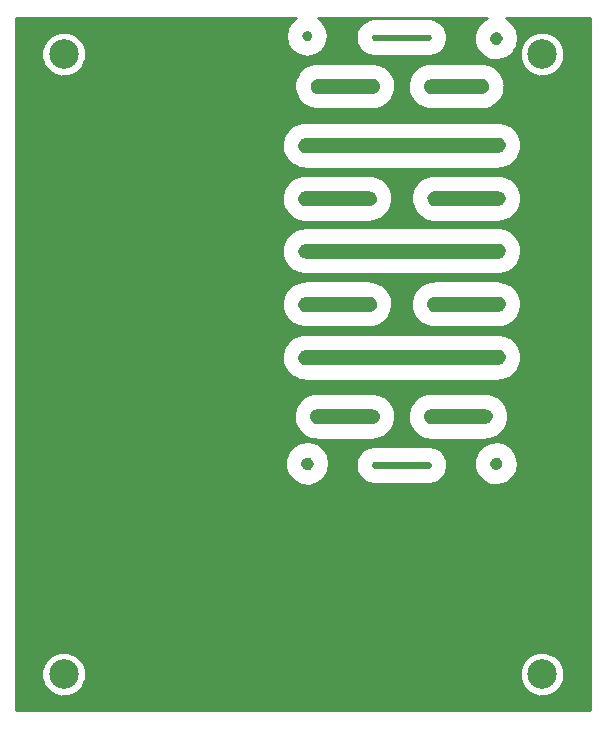
<source format=gbr>
G04 #@! TF.GenerationSoftware,KiCad,Pcbnew,(5.0.1-3-g963ef8bb5)*
G04 #@! TF.CreationDate,2019-04-15T21:42:43+02:00*
G04 #@! TF.ProjectId,kicad_top_pcb,6B696361645F746F705F7063622E6B69,rev?*
G04 #@! TF.SameCoordinates,Original*
G04 #@! TF.FileFunction,Copper,L1,Top,Signal*
G04 #@! TF.FilePolarity,Positive*
%FSLAX46Y46*%
G04 Gerber Fmt 4.6, Leading zero omitted, Abs format (unit mm)*
G04 Created by KiCad (PCBNEW (5.0.1-3-g963ef8bb5)) date 2019 April 15, Monday 21:42:43*
%MOMM*%
%LPD*%
G01*
G04 APERTURE LIST*
G04 #@! TA.AperFunction,ComponentPad*
%ADD10C,2.499360*%
G04 #@! TD*
G04 #@! TA.AperFunction,NonConductor*
%ADD11C,0.254000*%
G04 #@! TD*
G04 APERTURE END LIST*
D10*
G04 #@! TO.P,,1*
G04 #@! TO.N,N/C*
X104750000Y-53750000D03*
G04 #@! TD*
G04 #@! TO.P,,1*
G04 #@! TO.N,N/C*
X104750000Y-106250000D03*
G04 #@! TD*
G04 #@! TO.P,,1*
G04 #@! TO.N,N/C*
X145250000Y-106250000D03*
G04 #@! TD*
G04 #@! TO.P,,1*
G04 #@! TO.N,N/C*
X145250000Y-53750000D03*
G04 #@! TD*
D11*
G36*
X124088123Y-50938123D02*
X123701279Y-51517077D01*
X123565437Y-52200000D01*
X123701279Y-52882923D01*
X124088123Y-53461877D01*
X124667077Y-53848721D01*
X125350000Y-53984563D01*
X126032923Y-53848721D01*
X126611877Y-53461877D01*
X126998721Y-52882923D01*
X127134563Y-52200000D01*
X127125932Y-52156609D01*
X129479123Y-52156609D01*
X129479124Y-52310089D01*
X129479123Y-52493391D01*
X129543825Y-52818672D01*
X129543825Y-52818673D01*
X129653572Y-53083625D01*
X129837829Y-53359385D01*
X130040615Y-53562171D01*
X130316375Y-53746428D01*
X130581328Y-53856175D01*
X130906610Y-53920877D01*
X130906611Y-53920877D01*
X130977612Y-53935000D01*
X135722388Y-53935000D01*
X135793389Y-53920877D01*
X135793391Y-53920877D01*
X136118672Y-53856175D01*
X136118673Y-53856175D01*
X136383625Y-53746428D01*
X136659385Y-53562171D01*
X136862171Y-53359385D01*
X137046428Y-53083625D01*
X137156175Y-52818672D01*
X137220877Y-52493390D01*
X137220877Y-52156610D01*
X137156175Y-51831328D01*
X137072419Y-51629123D01*
X137046428Y-51566375D01*
X136862171Y-51290615D01*
X136659385Y-51087829D01*
X136383625Y-50903572D01*
X136118673Y-50793825D01*
X136118672Y-50793825D01*
X135793391Y-50729123D01*
X135793389Y-50729123D01*
X135722388Y-50715000D01*
X130977612Y-50715000D01*
X130906611Y-50729123D01*
X130906610Y-50729123D01*
X130581328Y-50793825D01*
X130316375Y-50903572D01*
X130040615Y-51087829D01*
X129837829Y-51290615D01*
X129653572Y-51566375D01*
X129582122Y-51738870D01*
X129543825Y-51831328D01*
X129479123Y-52156609D01*
X127125932Y-52156609D01*
X126998721Y-51517077D01*
X126611877Y-50938123D01*
X126270466Y-50710000D01*
X140561946Y-50710000D01*
X140185822Y-50904548D01*
X139725518Y-51423913D01*
X139483045Y-52074164D01*
X139490918Y-52768108D01*
X139748081Y-53412691D01*
X140220050Y-53921480D01*
X140843537Y-54226248D01*
X141534937Y-54286130D01*
X142201538Y-54093095D01*
X142753954Y-53673028D01*
X142906296Y-53425883D01*
X143355929Y-53425883D01*
X143365320Y-53775313D01*
X143365320Y-54124886D01*
X143375367Y-54149141D01*
X143376072Y-54175384D01*
X143624141Y-54774275D01*
X143636579Y-54779764D01*
X143652245Y-54817585D01*
X144182415Y-55347755D01*
X144220236Y-55363421D01*
X144225725Y-55375859D01*
X144552140Y-55500900D01*
X144875114Y-55634680D01*
X144901368Y-55634680D01*
X144925883Y-55644071D01*
X145275313Y-55634680D01*
X145624886Y-55634680D01*
X145649141Y-55624633D01*
X145675384Y-55623928D01*
X146274275Y-55375859D01*
X146279764Y-55363421D01*
X146317585Y-55347755D01*
X146847755Y-54817585D01*
X146863421Y-54779764D01*
X146875859Y-54774275D01*
X147000900Y-54447860D01*
X147134680Y-54124886D01*
X147134680Y-54098632D01*
X147144071Y-54074117D01*
X147134680Y-53724687D01*
X147134680Y-53375114D01*
X147124633Y-53350859D01*
X147123928Y-53324616D01*
X146875859Y-52725725D01*
X146863421Y-52720236D01*
X146847755Y-52682415D01*
X146317585Y-52152245D01*
X146279764Y-52136579D01*
X146274275Y-52124141D01*
X145947860Y-51999100D01*
X145624886Y-51865320D01*
X145598632Y-51865320D01*
X145574117Y-51855929D01*
X145224687Y-51865320D01*
X144875114Y-51865320D01*
X144850859Y-51875367D01*
X144824616Y-51876072D01*
X144225725Y-52124141D01*
X144220236Y-52136579D01*
X144182415Y-52152245D01*
X143652245Y-52682415D01*
X143636579Y-52720236D01*
X143624141Y-52725725D01*
X143499100Y-53052140D01*
X143365320Y-53375114D01*
X143365320Y-53401368D01*
X143355929Y-53425883D01*
X142906296Y-53425883D01*
X143118110Y-53082257D01*
X143245175Y-52400000D01*
X143244687Y-52357004D01*
X143102177Y-51677805D01*
X142724711Y-51095448D01*
X142193213Y-50710000D01*
X149290001Y-50710000D01*
X149290000Y-109290000D01*
X100710000Y-109290000D01*
X100710000Y-105925883D01*
X102855929Y-105925883D01*
X102865320Y-106275313D01*
X102865320Y-106624886D01*
X102875367Y-106649141D01*
X102876072Y-106675384D01*
X103124141Y-107274275D01*
X103136579Y-107279764D01*
X103152245Y-107317585D01*
X103682415Y-107847755D01*
X103720236Y-107863421D01*
X103725725Y-107875859D01*
X104052140Y-108000900D01*
X104375114Y-108134680D01*
X104401368Y-108134680D01*
X104425883Y-108144071D01*
X104775313Y-108134680D01*
X105124886Y-108134680D01*
X105149141Y-108124633D01*
X105175384Y-108123928D01*
X105774275Y-107875859D01*
X105779764Y-107863421D01*
X105817585Y-107847755D01*
X106347755Y-107317585D01*
X106363421Y-107279764D01*
X106375859Y-107274275D01*
X106500900Y-106947860D01*
X106634680Y-106624886D01*
X106634680Y-106598632D01*
X106644071Y-106574117D01*
X106634680Y-106224687D01*
X106634680Y-105925883D01*
X143355929Y-105925883D01*
X143365320Y-106275313D01*
X143365320Y-106624886D01*
X143375367Y-106649141D01*
X143376072Y-106675384D01*
X143624141Y-107274275D01*
X143636579Y-107279764D01*
X143652245Y-107317585D01*
X144182415Y-107847755D01*
X144220236Y-107863421D01*
X144225725Y-107875859D01*
X144552140Y-108000900D01*
X144875114Y-108134680D01*
X144901368Y-108134680D01*
X144925883Y-108144071D01*
X145275313Y-108134680D01*
X145624886Y-108134680D01*
X145649141Y-108124633D01*
X145675384Y-108123928D01*
X146274275Y-107875859D01*
X146279764Y-107863421D01*
X146317585Y-107847755D01*
X146847755Y-107317585D01*
X146863421Y-107279764D01*
X146875859Y-107274275D01*
X147000900Y-106947860D01*
X147134680Y-106624886D01*
X147134680Y-106598632D01*
X147144071Y-106574117D01*
X147134680Y-106224687D01*
X147134680Y-105875114D01*
X147124633Y-105850859D01*
X147123928Y-105824616D01*
X146875859Y-105225725D01*
X146863421Y-105220236D01*
X146847755Y-105182415D01*
X146317585Y-104652245D01*
X146279764Y-104636579D01*
X146274275Y-104624141D01*
X145947860Y-104499100D01*
X145624886Y-104365320D01*
X145598632Y-104365320D01*
X145574117Y-104355929D01*
X145224687Y-104365320D01*
X144875114Y-104365320D01*
X144850859Y-104375367D01*
X144824616Y-104376072D01*
X144225725Y-104624141D01*
X144220236Y-104636579D01*
X144182415Y-104652245D01*
X143652245Y-105182415D01*
X143636579Y-105220236D01*
X143624141Y-105225725D01*
X143499100Y-105552140D01*
X143365320Y-105875114D01*
X143365320Y-105901368D01*
X143355929Y-105925883D01*
X106634680Y-105925883D01*
X106634680Y-105875114D01*
X106624633Y-105850859D01*
X106623928Y-105824616D01*
X106375859Y-105225725D01*
X106363421Y-105220236D01*
X106347755Y-105182415D01*
X105817585Y-104652245D01*
X105779764Y-104636579D01*
X105774275Y-104624141D01*
X105447860Y-104499100D01*
X105124886Y-104365320D01*
X105098632Y-104365320D01*
X105074117Y-104355929D01*
X104724687Y-104365320D01*
X104375114Y-104365320D01*
X104350859Y-104375367D01*
X104324616Y-104376072D01*
X103725725Y-104624141D01*
X103720236Y-104636579D01*
X103682415Y-104652245D01*
X103152245Y-105182415D01*
X103136579Y-105220236D01*
X103124141Y-105225725D01*
X102999100Y-105552140D01*
X102865320Y-105875114D01*
X102865320Y-105901368D01*
X102855929Y-105925883D01*
X100710000Y-105925883D01*
X100710000Y-88074164D01*
X123483045Y-88074164D01*
X123490918Y-88768108D01*
X123748081Y-89412691D01*
X124220050Y-89921480D01*
X124843537Y-90226248D01*
X125534937Y-90286130D01*
X126201538Y-90093095D01*
X126753954Y-89673028D01*
X127118110Y-89082257D01*
X127245175Y-88400000D01*
X127244687Y-88357004D01*
X127244605Y-88356609D01*
X129479123Y-88356609D01*
X129479124Y-88510089D01*
X129479123Y-88693391D01*
X129543825Y-89018672D01*
X129543825Y-89018673D01*
X129653572Y-89283625D01*
X129837829Y-89559385D01*
X130040615Y-89762171D01*
X130316375Y-89946428D01*
X130581328Y-90056175D01*
X130906610Y-90120877D01*
X130906611Y-90120877D01*
X130977612Y-90135000D01*
X135722388Y-90135000D01*
X135793389Y-90120877D01*
X135793391Y-90120877D01*
X136118672Y-90056175D01*
X136118673Y-90056175D01*
X136383625Y-89946428D01*
X136659385Y-89762171D01*
X136862171Y-89559385D01*
X137046428Y-89283625D01*
X137156175Y-89018672D01*
X137220877Y-88693390D01*
X137220877Y-88356610D01*
X137165453Y-88077971D01*
X139504857Y-88077971D01*
X139512638Y-88763808D01*
X139766796Y-89400860D01*
X140233251Y-89903704D01*
X140849453Y-90204913D01*
X141532776Y-90264095D01*
X142191590Y-90073315D01*
X142737552Y-89658156D01*
X143097454Y-89074286D01*
X143223034Y-88400000D01*
X143222552Y-88357506D01*
X143081706Y-87686242D01*
X142708651Y-87110688D01*
X142153410Y-86708022D01*
X141490438Y-86532238D01*
X140808634Y-86606908D01*
X140199423Y-86922019D01*
X139744497Y-87435316D01*
X139504857Y-88077971D01*
X137165453Y-88077971D01*
X137156175Y-88031328D01*
X137072419Y-87829123D01*
X137046428Y-87766375D01*
X136862171Y-87490615D01*
X136659385Y-87287829D01*
X136383625Y-87103572D01*
X136118673Y-86993825D01*
X136118672Y-86993825D01*
X135793391Y-86929123D01*
X135793389Y-86929123D01*
X135722388Y-86915000D01*
X130977612Y-86915000D01*
X130906611Y-86929123D01*
X130906610Y-86929123D01*
X130581328Y-86993825D01*
X130316375Y-87103572D01*
X130040615Y-87287829D01*
X129837829Y-87490615D01*
X129653572Y-87766375D01*
X129543825Y-88031327D01*
X129543825Y-88031328D01*
X129479123Y-88356609D01*
X127244605Y-88356609D01*
X127102177Y-87677805D01*
X126724711Y-87095448D01*
X126162907Y-86688022D01*
X125492098Y-86510160D01*
X124802234Y-86585712D01*
X124185822Y-86904548D01*
X123725518Y-87423913D01*
X123483045Y-88074164D01*
X100710000Y-88074164D01*
X100710000Y-84464059D01*
X124217797Y-84464059D01*
X124236787Y-84681118D01*
X124261641Y-84773875D01*
X124278316Y-84868445D01*
X124426794Y-85276385D01*
X124472125Y-85354900D01*
X124554425Y-85497448D01*
X124833472Y-85830005D01*
X125029015Y-85994085D01*
X125029018Y-85994086D01*
X125404973Y-86211143D01*
X125404975Y-86211145D01*
X125644844Y-86298450D01*
X126064513Y-86372449D01*
X126127612Y-86385000D01*
X130922388Y-86385000D01*
X130954030Y-86378706D01*
X131131118Y-86363213D01*
X131223875Y-86338359D01*
X131318445Y-86321684D01*
X131726385Y-86173206D01*
X131944867Y-86047065D01*
X131947448Y-86045575D01*
X132280005Y-85766528D01*
X132444085Y-85570985D01*
X132444086Y-85570982D01*
X132661143Y-85195027D01*
X132661145Y-85195025D01*
X132748450Y-84955156D01*
X132823834Y-84527631D01*
X132823834Y-84464059D01*
X133867797Y-84464059D01*
X133886787Y-84681118D01*
X133911641Y-84773875D01*
X133928316Y-84868445D01*
X134076794Y-85276385D01*
X134122125Y-85354900D01*
X134204425Y-85497448D01*
X134483472Y-85830005D01*
X134679015Y-85994085D01*
X134679018Y-85994086D01*
X135054973Y-86211143D01*
X135054975Y-86211145D01*
X135294844Y-86298450D01*
X135502240Y-86335019D01*
X135513217Y-86342354D01*
X135727612Y-86385000D01*
X140522388Y-86385000D01*
X140593288Y-86370897D01*
X140681118Y-86363213D01*
X140773875Y-86338359D01*
X140868445Y-86321684D01*
X141276385Y-86173206D01*
X141494867Y-86047065D01*
X141497448Y-86045575D01*
X141830005Y-85766528D01*
X141994085Y-85570985D01*
X141994086Y-85570982D01*
X142211143Y-85195027D01*
X142211145Y-85195025D01*
X142298450Y-84955156D01*
X142373834Y-84527631D01*
X142373834Y-84431598D01*
X142382203Y-84335941D01*
X142363213Y-84118881D01*
X142338358Y-84026121D01*
X142321684Y-83931556D01*
X142173208Y-83523619D01*
X142173207Y-83523616D01*
X142102637Y-83401385D01*
X142045575Y-83302551D01*
X142045572Y-83302549D01*
X141766528Y-82969996D01*
X141570986Y-82805916D01*
X141570985Y-82805915D01*
X141570984Y-82805915D01*
X141195026Y-82588856D01*
X141195025Y-82588855D01*
X140955156Y-82501550D01*
X140747760Y-82464981D01*
X140736783Y-82457646D01*
X140522388Y-82415000D01*
X135777612Y-82415000D01*
X135744829Y-82421521D01*
X135647436Y-82426130D01*
X135553765Y-82447256D01*
X135458602Y-82460138D01*
X135044723Y-82592298D01*
X134818734Y-82710992D01*
X134818733Y-82710993D01*
X134475016Y-82976738D01*
X134317411Y-83150000D01*
X134303253Y-83165565D01*
X134071153Y-83532842D01*
X133974331Y-83769030D01*
X133974331Y-83769031D01*
X133881846Y-84193541D01*
X133873745Y-84396075D01*
X133867797Y-84464059D01*
X132823834Y-84464059D01*
X132823834Y-84431598D01*
X132832203Y-84335941D01*
X132813213Y-84118881D01*
X132788358Y-84026121D01*
X132771684Y-83931556D01*
X132623208Y-83523619D01*
X132623207Y-83523616D01*
X132552637Y-83401385D01*
X132495575Y-83302551D01*
X132495572Y-83302549D01*
X132216528Y-82969996D01*
X132020986Y-82805916D01*
X132020985Y-82805915D01*
X132020984Y-82805915D01*
X131645026Y-82588856D01*
X131645025Y-82588855D01*
X131405156Y-82501550D01*
X130985487Y-82427551D01*
X130922388Y-82415000D01*
X126177612Y-82415000D01*
X126160438Y-82418416D01*
X125997436Y-82426130D01*
X125903765Y-82447256D01*
X125808602Y-82460138D01*
X125394723Y-82592298D01*
X125168734Y-82710992D01*
X125168733Y-82710993D01*
X124825016Y-82976738D01*
X124667411Y-83150000D01*
X124653253Y-83165565D01*
X124421153Y-83532842D01*
X124324331Y-83769030D01*
X124324331Y-83769031D01*
X124231846Y-84193541D01*
X124223745Y-84396075D01*
X124217797Y-84464059D01*
X100710000Y-84464059D01*
X100710000Y-79464059D01*
X123217797Y-79464059D01*
X123236787Y-79681118D01*
X123261641Y-79773875D01*
X123278316Y-79868445D01*
X123426794Y-80276385D01*
X123472125Y-80354900D01*
X123554425Y-80497448D01*
X123833472Y-80830005D01*
X124029015Y-80994085D01*
X124029018Y-80994086D01*
X124404973Y-81211143D01*
X124404975Y-81211145D01*
X124644844Y-81298450D01*
X125064513Y-81372449D01*
X125127612Y-81385000D01*
X141572388Y-81385000D01*
X141604030Y-81378706D01*
X141781118Y-81363213D01*
X141873875Y-81338359D01*
X141968445Y-81321684D01*
X142376385Y-81173206D01*
X142594867Y-81047065D01*
X142597448Y-81045575D01*
X142930005Y-80766528D01*
X143094085Y-80570985D01*
X143094086Y-80570982D01*
X143311143Y-80195027D01*
X143311145Y-80195025D01*
X143398450Y-79955156D01*
X143473834Y-79527631D01*
X143473834Y-79431598D01*
X143482203Y-79335941D01*
X143463213Y-79118881D01*
X143438358Y-79026121D01*
X143421684Y-78931556D01*
X143273208Y-78523619D01*
X143273207Y-78523616D01*
X143202637Y-78401385D01*
X143145575Y-78302551D01*
X143145572Y-78302549D01*
X142866528Y-77969996D01*
X142670986Y-77805916D01*
X142670985Y-77805915D01*
X142670984Y-77805915D01*
X142295026Y-77588856D01*
X142295025Y-77588855D01*
X142055156Y-77501550D01*
X141635487Y-77427551D01*
X141572388Y-77415000D01*
X125127612Y-77415000D01*
X125094829Y-77421521D01*
X124997436Y-77426130D01*
X124903765Y-77447256D01*
X124808602Y-77460138D01*
X124394723Y-77592298D01*
X124168734Y-77710992D01*
X124168733Y-77710993D01*
X123825016Y-77976738D01*
X123667411Y-78150000D01*
X123653253Y-78165565D01*
X123421153Y-78532842D01*
X123324331Y-78769030D01*
X123324331Y-78769031D01*
X123231846Y-79193541D01*
X123223745Y-79396075D01*
X123217797Y-79464059D01*
X100710000Y-79464059D01*
X100710000Y-74964059D01*
X123217797Y-74964059D01*
X123236787Y-75181118D01*
X123261641Y-75273875D01*
X123278316Y-75368445D01*
X123426794Y-75776385D01*
X123472125Y-75854900D01*
X123554425Y-75997448D01*
X123833472Y-76330005D01*
X124029015Y-76494085D01*
X124029018Y-76494086D01*
X124404973Y-76711143D01*
X124404975Y-76711145D01*
X124644844Y-76798450D01*
X125064513Y-76872449D01*
X125127612Y-76885000D01*
X130672388Y-76885000D01*
X130704030Y-76878706D01*
X130881118Y-76863213D01*
X130973875Y-76838359D01*
X131068445Y-76821684D01*
X131476385Y-76673206D01*
X131694867Y-76547065D01*
X131697448Y-76545575D01*
X132030005Y-76266528D01*
X132194085Y-76070985D01*
X132194086Y-76070982D01*
X132411143Y-75695027D01*
X132411145Y-75695025D01*
X132498450Y-75455156D01*
X132573834Y-75027631D01*
X132573834Y-74964059D01*
X134117797Y-74964059D01*
X134136787Y-75181118D01*
X134161641Y-75273875D01*
X134178316Y-75368445D01*
X134326794Y-75776385D01*
X134372125Y-75854900D01*
X134454425Y-75997448D01*
X134733472Y-76330005D01*
X134929015Y-76494085D01*
X134929018Y-76494086D01*
X135304973Y-76711143D01*
X135304975Y-76711145D01*
X135544844Y-76798450D01*
X135972369Y-76873834D01*
X136021477Y-76873834D01*
X136077612Y-76885000D01*
X141572388Y-76885000D01*
X141604030Y-76878706D01*
X141781118Y-76863213D01*
X141873875Y-76838359D01*
X141968445Y-76821684D01*
X142376385Y-76673206D01*
X142594867Y-76547065D01*
X142597448Y-76545575D01*
X142930005Y-76266528D01*
X143094085Y-76070985D01*
X143094086Y-76070982D01*
X143311143Y-75695027D01*
X143311145Y-75695025D01*
X143398450Y-75455156D01*
X143473834Y-75027631D01*
X143473834Y-74931598D01*
X143482203Y-74835941D01*
X143463213Y-74618881D01*
X143438358Y-74526121D01*
X143421684Y-74431556D01*
X143273208Y-74023619D01*
X143273207Y-74023616D01*
X143202637Y-73901385D01*
X143145575Y-73802551D01*
X143145572Y-73802549D01*
X142866528Y-73469996D01*
X142670986Y-73305916D01*
X142670985Y-73305915D01*
X142670984Y-73305915D01*
X142295026Y-73088856D01*
X142295025Y-73088855D01*
X142055156Y-73001550D01*
X141635487Y-72927551D01*
X141572388Y-72915000D01*
X136077612Y-72915000D01*
X136060438Y-72918416D01*
X135897436Y-72926130D01*
X135803765Y-72947256D01*
X135708602Y-72960138D01*
X135294723Y-73092298D01*
X135068734Y-73210992D01*
X135068733Y-73210993D01*
X134725016Y-73476738D01*
X134567411Y-73650000D01*
X134553253Y-73665565D01*
X134321153Y-74032842D01*
X134224331Y-74269030D01*
X134224331Y-74269031D01*
X134131846Y-74693541D01*
X134123745Y-74896075D01*
X134117797Y-74964059D01*
X132573834Y-74964059D01*
X132573834Y-74931598D01*
X132582203Y-74835941D01*
X132563213Y-74618881D01*
X132538358Y-74526121D01*
X132521684Y-74431556D01*
X132373208Y-74023619D01*
X132373207Y-74023616D01*
X132302637Y-73901385D01*
X132245575Y-73802551D01*
X132245572Y-73802549D01*
X131966528Y-73469996D01*
X131770986Y-73305916D01*
X131770985Y-73305915D01*
X131770984Y-73305915D01*
X131395026Y-73088856D01*
X131395025Y-73088855D01*
X131155156Y-73001550D01*
X130735487Y-72927551D01*
X130672388Y-72915000D01*
X125177612Y-72915000D01*
X125160438Y-72918416D01*
X124997436Y-72926130D01*
X124903765Y-72947256D01*
X124808602Y-72960138D01*
X124394723Y-73092298D01*
X124168734Y-73210992D01*
X124168733Y-73210993D01*
X123825016Y-73476738D01*
X123667411Y-73650000D01*
X123653253Y-73665565D01*
X123421153Y-74032842D01*
X123324331Y-74269030D01*
X123324331Y-74269031D01*
X123231846Y-74693541D01*
X123223745Y-74896075D01*
X123217797Y-74964059D01*
X100710000Y-74964059D01*
X100710000Y-70464059D01*
X123217797Y-70464059D01*
X123236787Y-70681118D01*
X123261641Y-70773875D01*
X123278316Y-70868445D01*
X123426794Y-71276385D01*
X123472125Y-71354900D01*
X123554425Y-71497448D01*
X123833472Y-71830005D01*
X124029015Y-71994085D01*
X124029018Y-71994086D01*
X124404973Y-72211143D01*
X124404975Y-72211145D01*
X124644844Y-72298450D01*
X125064513Y-72372449D01*
X125127612Y-72385000D01*
X141572388Y-72385000D01*
X141604030Y-72378706D01*
X141781118Y-72363213D01*
X141873875Y-72338359D01*
X141968445Y-72321684D01*
X142376385Y-72173206D01*
X142594867Y-72047065D01*
X142597448Y-72045575D01*
X142930005Y-71766528D01*
X143094085Y-71570985D01*
X143094086Y-71570982D01*
X143311143Y-71195027D01*
X143311145Y-71195025D01*
X143398450Y-70955156D01*
X143473834Y-70527631D01*
X143473834Y-70431598D01*
X143482203Y-70335941D01*
X143463213Y-70118881D01*
X143438358Y-70026121D01*
X143421684Y-69931556D01*
X143273208Y-69523619D01*
X143273207Y-69523616D01*
X143202637Y-69401385D01*
X143145575Y-69302551D01*
X143145572Y-69302549D01*
X142866528Y-68969996D01*
X142670986Y-68805916D01*
X142670985Y-68805915D01*
X142670984Y-68805915D01*
X142295026Y-68588856D01*
X142295025Y-68588855D01*
X142055156Y-68501550D01*
X141635487Y-68427551D01*
X141572388Y-68415000D01*
X125177612Y-68415000D01*
X125160438Y-68418416D01*
X124997436Y-68426130D01*
X124903765Y-68447256D01*
X124808602Y-68460138D01*
X124394723Y-68592298D01*
X124168734Y-68710992D01*
X124168733Y-68710993D01*
X123825016Y-68976738D01*
X123667411Y-69150000D01*
X123653253Y-69165565D01*
X123421153Y-69532842D01*
X123324331Y-69769030D01*
X123324331Y-69769031D01*
X123231846Y-70193541D01*
X123223745Y-70396075D01*
X123217797Y-70464059D01*
X100710000Y-70464059D01*
X100710000Y-66014059D01*
X123217797Y-66014059D01*
X123236787Y-66231118D01*
X123261641Y-66323875D01*
X123278316Y-66418445D01*
X123426794Y-66826385D01*
X123472125Y-66904900D01*
X123554425Y-67047448D01*
X123833472Y-67380005D01*
X124029015Y-67544085D01*
X124029018Y-67544086D01*
X124404973Y-67761143D01*
X124404975Y-67761145D01*
X124644844Y-67848450D01*
X125064513Y-67922449D01*
X125127612Y-67935000D01*
X130672388Y-67935000D01*
X130704030Y-67928706D01*
X130881118Y-67913213D01*
X130973875Y-67888359D01*
X131068445Y-67871684D01*
X131476385Y-67723206D01*
X131694867Y-67597065D01*
X131697448Y-67595575D01*
X132030005Y-67316528D01*
X132194085Y-67120985D01*
X132194086Y-67120982D01*
X132411143Y-66745027D01*
X132411145Y-66745025D01*
X132498450Y-66505156D01*
X132573834Y-66077631D01*
X132573834Y-66014059D01*
X134167797Y-66014059D01*
X134186787Y-66231118D01*
X134211641Y-66323875D01*
X134228316Y-66418445D01*
X134376794Y-66826385D01*
X134422125Y-66904900D01*
X134504425Y-67047448D01*
X134783472Y-67380005D01*
X134979015Y-67544085D01*
X134979018Y-67544086D01*
X135354973Y-67761143D01*
X135354975Y-67761145D01*
X135594844Y-67848450D01*
X136014513Y-67922449D01*
X136077612Y-67935000D01*
X141572388Y-67935000D01*
X141604030Y-67928706D01*
X141781118Y-67913213D01*
X141873875Y-67888359D01*
X141968445Y-67871684D01*
X142376385Y-67723206D01*
X142594867Y-67597065D01*
X142597448Y-67595575D01*
X142930005Y-67316528D01*
X143094085Y-67120985D01*
X143094086Y-67120982D01*
X143311143Y-66745027D01*
X143311145Y-66745025D01*
X143398450Y-66505156D01*
X143473834Y-66077631D01*
X143473834Y-65981598D01*
X143482203Y-65885941D01*
X143463213Y-65668881D01*
X143438358Y-65576121D01*
X143421684Y-65481556D01*
X143273208Y-65073619D01*
X143273207Y-65073616D01*
X143202637Y-64951385D01*
X143145575Y-64852551D01*
X143145572Y-64852549D01*
X142866528Y-64519996D01*
X142670986Y-64355916D01*
X142670985Y-64355915D01*
X142670984Y-64355915D01*
X142295026Y-64138856D01*
X142295025Y-64138855D01*
X142055156Y-64051550D01*
X141847760Y-64014981D01*
X141836783Y-64007646D01*
X141622388Y-63965000D01*
X136127612Y-63965000D01*
X136110438Y-63968416D01*
X135947436Y-63976130D01*
X135853765Y-63997256D01*
X135758602Y-64010138D01*
X135344723Y-64142298D01*
X135118734Y-64260992D01*
X135118733Y-64260993D01*
X134775016Y-64526738D01*
X134617411Y-64700000D01*
X134603253Y-64715565D01*
X134371153Y-65082842D01*
X134274331Y-65319030D01*
X134274331Y-65319031D01*
X134181846Y-65743541D01*
X134173745Y-65946075D01*
X134167797Y-66014059D01*
X132573834Y-66014059D01*
X132573834Y-65981598D01*
X132582203Y-65885941D01*
X132563213Y-65668881D01*
X132538358Y-65576121D01*
X132521684Y-65481556D01*
X132373208Y-65073619D01*
X132373207Y-65073616D01*
X132302637Y-64951385D01*
X132245575Y-64852551D01*
X132245572Y-64852549D01*
X131966528Y-64519996D01*
X131770986Y-64355916D01*
X131770985Y-64355915D01*
X131770984Y-64355915D01*
X131395026Y-64138856D01*
X131395025Y-64138855D01*
X131155156Y-64051550D01*
X130735487Y-63977551D01*
X130672388Y-63965000D01*
X125177612Y-63965000D01*
X125160438Y-63968416D01*
X124997436Y-63976130D01*
X124903765Y-63997256D01*
X124808602Y-64010138D01*
X124394723Y-64142298D01*
X124168734Y-64260992D01*
X124168733Y-64260993D01*
X123825016Y-64526738D01*
X123667411Y-64700000D01*
X123653253Y-64715565D01*
X123421153Y-65082842D01*
X123324331Y-65319030D01*
X123324331Y-65319031D01*
X123231846Y-65743541D01*
X123223745Y-65946075D01*
X123217797Y-66014059D01*
X100710000Y-66014059D01*
X100710000Y-61514059D01*
X123217797Y-61514059D01*
X123236787Y-61731118D01*
X123261641Y-61823875D01*
X123278316Y-61918445D01*
X123426794Y-62326385D01*
X123472125Y-62404900D01*
X123554425Y-62547448D01*
X123833472Y-62880005D01*
X124029015Y-63044085D01*
X124029018Y-63044086D01*
X124404973Y-63261143D01*
X124404975Y-63261145D01*
X124644844Y-63348450D01*
X125064513Y-63422449D01*
X125127612Y-63435000D01*
X141572388Y-63435000D01*
X141604030Y-63428706D01*
X141781118Y-63413213D01*
X141873875Y-63388359D01*
X141968445Y-63371684D01*
X142376385Y-63223206D01*
X142594867Y-63097065D01*
X142597448Y-63095575D01*
X142930005Y-62816528D01*
X143094085Y-62620985D01*
X143094086Y-62620982D01*
X143311143Y-62245027D01*
X143311145Y-62245025D01*
X143398450Y-62005156D01*
X143473834Y-61577631D01*
X143473834Y-61481598D01*
X143482203Y-61385941D01*
X143463213Y-61168881D01*
X143438358Y-61076121D01*
X143421684Y-60981556D01*
X143273208Y-60573619D01*
X143273207Y-60573616D01*
X143202637Y-60451385D01*
X143145575Y-60352551D01*
X143145572Y-60352549D01*
X142866528Y-60019996D01*
X142670986Y-59855916D01*
X142670985Y-59855915D01*
X142670984Y-59855915D01*
X142295026Y-59638856D01*
X142295025Y-59638855D01*
X142055156Y-59551550D01*
X141635487Y-59477551D01*
X141572388Y-59465000D01*
X125177612Y-59465000D01*
X125160438Y-59468416D01*
X124997436Y-59476130D01*
X124903765Y-59497256D01*
X124808602Y-59510138D01*
X124394723Y-59642298D01*
X124168734Y-59760992D01*
X124168733Y-59760993D01*
X123825016Y-60026738D01*
X123667411Y-60200000D01*
X123653253Y-60215565D01*
X123421153Y-60582842D01*
X123324331Y-60819030D01*
X123324331Y-60819031D01*
X123231846Y-61243541D01*
X123223745Y-61446075D01*
X123217797Y-61514059D01*
X100710000Y-61514059D01*
X100710000Y-56514059D01*
X124267797Y-56514059D01*
X124286787Y-56731118D01*
X124311641Y-56823875D01*
X124328316Y-56918445D01*
X124476794Y-57326385D01*
X124522125Y-57404900D01*
X124604425Y-57547448D01*
X124883472Y-57880005D01*
X125079015Y-58044085D01*
X125079018Y-58044086D01*
X125454973Y-58261143D01*
X125454975Y-58261145D01*
X125694844Y-58348450D01*
X126114513Y-58422449D01*
X126177612Y-58435000D01*
X130922388Y-58435000D01*
X130954030Y-58428706D01*
X131131118Y-58413213D01*
X131223875Y-58388359D01*
X131318445Y-58371684D01*
X131726385Y-58223206D01*
X131944867Y-58097065D01*
X131947448Y-58095575D01*
X132280005Y-57816528D01*
X132444085Y-57620985D01*
X132444086Y-57620982D01*
X132661143Y-57245027D01*
X132661145Y-57245025D01*
X132748450Y-57005156D01*
X132823834Y-56577631D01*
X132823834Y-56514059D01*
X133867797Y-56514059D01*
X133886787Y-56731118D01*
X133911641Y-56823875D01*
X133928316Y-56918445D01*
X134076794Y-57326385D01*
X134122125Y-57404900D01*
X134204425Y-57547448D01*
X134483472Y-57880005D01*
X134679015Y-58044085D01*
X134679018Y-58044086D01*
X135054973Y-58261143D01*
X135054975Y-58261145D01*
X135294844Y-58348450D01*
X135714513Y-58422449D01*
X135777612Y-58435000D01*
X140172388Y-58435000D01*
X140204030Y-58428706D01*
X140381118Y-58413213D01*
X140473875Y-58388359D01*
X140568445Y-58371684D01*
X140976385Y-58223206D01*
X141194867Y-58097065D01*
X141197448Y-58095575D01*
X141530005Y-57816528D01*
X141694085Y-57620985D01*
X141694086Y-57620982D01*
X141911143Y-57245027D01*
X141911145Y-57245025D01*
X141998450Y-57005156D01*
X142073834Y-56577631D01*
X142073834Y-56481598D01*
X142082203Y-56385941D01*
X142063213Y-56168881D01*
X142038358Y-56076121D01*
X142021684Y-55981556D01*
X141873208Y-55573619D01*
X141873207Y-55573616D01*
X141802637Y-55451385D01*
X141745575Y-55352551D01*
X141745572Y-55352549D01*
X141466528Y-55019996D01*
X141270986Y-54855916D01*
X141270985Y-54855915D01*
X141270984Y-54855915D01*
X140895026Y-54638856D01*
X140895025Y-54638855D01*
X140655156Y-54551550D01*
X140235487Y-54477551D01*
X140172388Y-54465000D01*
X135827612Y-54465000D01*
X135810438Y-54468416D01*
X135647436Y-54476130D01*
X135553765Y-54497256D01*
X135458602Y-54510138D01*
X135044723Y-54642298D01*
X134818734Y-54760992D01*
X134818733Y-54760993D01*
X134475016Y-55026738D01*
X134317411Y-55200000D01*
X134303253Y-55215565D01*
X134071153Y-55582842D01*
X133974331Y-55819030D01*
X133974331Y-55819031D01*
X133881846Y-56243541D01*
X133873745Y-56446075D01*
X133867797Y-56514059D01*
X132823834Y-56514059D01*
X132823834Y-56481598D01*
X132832203Y-56385941D01*
X132813213Y-56168881D01*
X132788358Y-56076121D01*
X132771684Y-55981556D01*
X132623208Y-55573619D01*
X132623207Y-55573616D01*
X132552637Y-55451385D01*
X132495575Y-55352551D01*
X132495572Y-55352549D01*
X132216528Y-55019996D01*
X132020986Y-54855916D01*
X132020985Y-54855915D01*
X132020984Y-54855915D01*
X131645026Y-54638856D01*
X131645025Y-54638855D01*
X131405156Y-54551550D01*
X130985487Y-54477551D01*
X130922388Y-54465000D01*
X126227612Y-54465000D01*
X126210438Y-54468416D01*
X126047436Y-54476130D01*
X125953765Y-54497256D01*
X125858602Y-54510138D01*
X125444723Y-54642298D01*
X125218734Y-54760992D01*
X125218733Y-54760993D01*
X124875016Y-55026738D01*
X124717411Y-55200000D01*
X124703253Y-55215565D01*
X124471153Y-55582842D01*
X124374331Y-55819030D01*
X124374331Y-55819031D01*
X124281846Y-56243541D01*
X124273745Y-56446075D01*
X124267797Y-56514059D01*
X100710000Y-56514059D01*
X100710000Y-53425883D01*
X102855929Y-53425883D01*
X102865320Y-53775313D01*
X102865320Y-54124886D01*
X102875367Y-54149141D01*
X102876072Y-54175384D01*
X103124141Y-54774275D01*
X103136579Y-54779764D01*
X103152245Y-54817585D01*
X103682415Y-55347755D01*
X103720236Y-55363421D01*
X103725725Y-55375859D01*
X104052140Y-55500900D01*
X104375114Y-55634680D01*
X104401368Y-55634680D01*
X104425883Y-55644071D01*
X104775313Y-55634680D01*
X105124886Y-55634680D01*
X105149141Y-55624633D01*
X105175384Y-55623928D01*
X105774275Y-55375859D01*
X105779764Y-55363421D01*
X105817585Y-55347755D01*
X106347755Y-54817585D01*
X106363421Y-54779764D01*
X106375859Y-54774275D01*
X106500900Y-54447860D01*
X106634680Y-54124886D01*
X106634680Y-54098632D01*
X106644071Y-54074117D01*
X106634680Y-53724687D01*
X106634680Y-53375114D01*
X106624633Y-53350859D01*
X106623928Y-53324616D01*
X106375859Y-52725725D01*
X106363421Y-52720236D01*
X106347755Y-52682415D01*
X105817585Y-52152245D01*
X105779764Y-52136579D01*
X105774275Y-52124141D01*
X105447860Y-51999100D01*
X105124886Y-51865320D01*
X105098632Y-51865320D01*
X105074117Y-51855929D01*
X104724687Y-51865320D01*
X104375114Y-51865320D01*
X104350859Y-51875367D01*
X104324616Y-51876072D01*
X103725725Y-52124141D01*
X103720236Y-52136579D01*
X103682415Y-52152245D01*
X103152245Y-52682415D01*
X103136579Y-52720236D01*
X103124141Y-52725725D01*
X102999100Y-53052140D01*
X102865320Y-53375114D01*
X102865320Y-53401368D01*
X102855929Y-53425883D01*
X100710000Y-53425883D01*
X100710000Y-50710000D01*
X124429534Y-50710000D01*
X124088123Y-50938123D01*
X124088123Y-50938123D01*
G37*
X124088123Y-50938123D02*
X123701279Y-51517077D01*
X123565437Y-52200000D01*
X123701279Y-52882923D01*
X124088123Y-53461877D01*
X124667077Y-53848721D01*
X125350000Y-53984563D01*
X126032923Y-53848721D01*
X126611877Y-53461877D01*
X126998721Y-52882923D01*
X127134563Y-52200000D01*
X127125932Y-52156609D01*
X129479123Y-52156609D01*
X129479124Y-52310089D01*
X129479123Y-52493391D01*
X129543825Y-52818672D01*
X129543825Y-52818673D01*
X129653572Y-53083625D01*
X129837829Y-53359385D01*
X130040615Y-53562171D01*
X130316375Y-53746428D01*
X130581328Y-53856175D01*
X130906610Y-53920877D01*
X130906611Y-53920877D01*
X130977612Y-53935000D01*
X135722388Y-53935000D01*
X135793389Y-53920877D01*
X135793391Y-53920877D01*
X136118672Y-53856175D01*
X136118673Y-53856175D01*
X136383625Y-53746428D01*
X136659385Y-53562171D01*
X136862171Y-53359385D01*
X137046428Y-53083625D01*
X137156175Y-52818672D01*
X137220877Y-52493390D01*
X137220877Y-52156610D01*
X137156175Y-51831328D01*
X137072419Y-51629123D01*
X137046428Y-51566375D01*
X136862171Y-51290615D01*
X136659385Y-51087829D01*
X136383625Y-50903572D01*
X136118673Y-50793825D01*
X136118672Y-50793825D01*
X135793391Y-50729123D01*
X135793389Y-50729123D01*
X135722388Y-50715000D01*
X130977612Y-50715000D01*
X130906611Y-50729123D01*
X130906610Y-50729123D01*
X130581328Y-50793825D01*
X130316375Y-50903572D01*
X130040615Y-51087829D01*
X129837829Y-51290615D01*
X129653572Y-51566375D01*
X129582122Y-51738870D01*
X129543825Y-51831328D01*
X129479123Y-52156609D01*
X127125932Y-52156609D01*
X126998721Y-51517077D01*
X126611877Y-50938123D01*
X126270466Y-50710000D01*
X140561946Y-50710000D01*
X140185822Y-50904548D01*
X139725518Y-51423913D01*
X139483045Y-52074164D01*
X139490918Y-52768108D01*
X139748081Y-53412691D01*
X140220050Y-53921480D01*
X140843537Y-54226248D01*
X141534937Y-54286130D01*
X142201538Y-54093095D01*
X142753954Y-53673028D01*
X142906296Y-53425883D01*
X143355929Y-53425883D01*
X143365320Y-53775313D01*
X143365320Y-54124886D01*
X143375367Y-54149141D01*
X143376072Y-54175384D01*
X143624141Y-54774275D01*
X143636579Y-54779764D01*
X143652245Y-54817585D01*
X144182415Y-55347755D01*
X144220236Y-55363421D01*
X144225725Y-55375859D01*
X144552140Y-55500900D01*
X144875114Y-55634680D01*
X144901368Y-55634680D01*
X144925883Y-55644071D01*
X145275313Y-55634680D01*
X145624886Y-55634680D01*
X145649141Y-55624633D01*
X145675384Y-55623928D01*
X146274275Y-55375859D01*
X146279764Y-55363421D01*
X146317585Y-55347755D01*
X146847755Y-54817585D01*
X146863421Y-54779764D01*
X146875859Y-54774275D01*
X147000900Y-54447860D01*
X147134680Y-54124886D01*
X147134680Y-54098632D01*
X147144071Y-54074117D01*
X147134680Y-53724687D01*
X147134680Y-53375114D01*
X147124633Y-53350859D01*
X147123928Y-53324616D01*
X146875859Y-52725725D01*
X146863421Y-52720236D01*
X146847755Y-52682415D01*
X146317585Y-52152245D01*
X146279764Y-52136579D01*
X146274275Y-52124141D01*
X145947860Y-51999100D01*
X145624886Y-51865320D01*
X145598632Y-51865320D01*
X145574117Y-51855929D01*
X145224687Y-51865320D01*
X144875114Y-51865320D01*
X144850859Y-51875367D01*
X144824616Y-51876072D01*
X144225725Y-52124141D01*
X144220236Y-52136579D01*
X144182415Y-52152245D01*
X143652245Y-52682415D01*
X143636579Y-52720236D01*
X143624141Y-52725725D01*
X143499100Y-53052140D01*
X143365320Y-53375114D01*
X143365320Y-53401368D01*
X143355929Y-53425883D01*
X142906296Y-53425883D01*
X143118110Y-53082257D01*
X143245175Y-52400000D01*
X143244687Y-52357004D01*
X143102177Y-51677805D01*
X142724711Y-51095448D01*
X142193213Y-50710000D01*
X149290001Y-50710000D01*
X149290000Y-109290000D01*
X100710000Y-109290000D01*
X100710000Y-105925883D01*
X102855929Y-105925883D01*
X102865320Y-106275313D01*
X102865320Y-106624886D01*
X102875367Y-106649141D01*
X102876072Y-106675384D01*
X103124141Y-107274275D01*
X103136579Y-107279764D01*
X103152245Y-107317585D01*
X103682415Y-107847755D01*
X103720236Y-107863421D01*
X103725725Y-107875859D01*
X104052140Y-108000900D01*
X104375114Y-108134680D01*
X104401368Y-108134680D01*
X104425883Y-108144071D01*
X104775313Y-108134680D01*
X105124886Y-108134680D01*
X105149141Y-108124633D01*
X105175384Y-108123928D01*
X105774275Y-107875859D01*
X105779764Y-107863421D01*
X105817585Y-107847755D01*
X106347755Y-107317585D01*
X106363421Y-107279764D01*
X106375859Y-107274275D01*
X106500900Y-106947860D01*
X106634680Y-106624886D01*
X106634680Y-106598632D01*
X106644071Y-106574117D01*
X106634680Y-106224687D01*
X106634680Y-105925883D01*
X143355929Y-105925883D01*
X143365320Y-106275313D01*
X143365320Y-106624886D01*
X143375367Y-106649141D01*
X143376072Y-106675384D01*
X143624141Y-107274275D01*
X143636579Y-107279764D01*
X143652245Y-107317585D01*
X144182415Y-107847755D01*
X144220236Y-107863421D01*
X144225725Y-107875859D01*
X144552140Y-108000900D01*
X144875114Y-108134680D01*
X144901368Y-108134680D01*
X144925883Y-108144071D01*
X145275313Y-108134680D01*
X145624886Y-108134680D01*
X145649141Y-108124633D01*
X145675384Y-108123928D01*
X146274275Y-107875859D01*
X146279764Y-107863421D01*
X146317585Y-107847755D01*
X146847755Y-107317585D01*
X146863421Y-107279764D01*
X146875859Y-107274275D01*
X147000900Y-106947860D01*
X147134680Y-106624886D01*
X147134680Y-106598632D01*
X147144071Y-106574117D01*
X147134680Y-106224687D01*
X147134680Y-105875114D01*
X147124633Y-105850859D01*
X147123928Y-105824616D01*
X146875859Y-105225725D01*
X146863421Y-105220236D01*
X146847755Y-105182415D01*
X146317585Y-104652245D01*
X146279764Y-104636579D01*
X146274275Y-104624141D01*
X145947860Y-104499100D01*
X145624886Y-104365320D01*
X145598632Y-104365320D01*
X145574117Y-104355929D01*
X145224687Y-104365320D01*
X144875114Y-104365320D01*
X144850859Y-104375367D01*
X144824616Y-104376072D01*
X144225725Y-104624141D01*
X144220236Y-104636579D01*
X144182415Y-104652245D01*
X143652245Y-105182415D01*
X143636579Y-105220236D01*
X143624141Y-105225725D01*
X143499100Y-105552140D01*
X143365320Y-105875114D01*
X143365320Y-105901368D01*
X143355929Y-105925883D01*
X106634680Y-105925883D01*
X106634680Y-105875114D01*
X106624633Y-105850859D01*
X106623928Y-105824616D01*
X106375859Y-105225725D01*
X106363421Y-105220236D01*
X106347755Y-105182415D01*
X105817585Y-104652245D01*
X105779764Y-104636579D01*
X105774275Y-104624141D01*
X105447860Y-104499100D01*
X105124886Y-104365320D01*
X105098632Y-104365320D01*
X105074117Y-104355929D01*
X104724687Y-104365320D01*
X104375114Y-104365320D01*
X104350859Y-104375367D01*
X104324616Y-104376072D01*
X103725725Y-104624141D01*
X103720236Y-104636579D01*
X103682415Y-104652245D01*
X103152245Y-105182415D01*
X103136579Y-105220236D01*
X103124141Y-105225725D01*
X102999100Y-105552140D01*
X102865320Y-105875114D01*
X102865320Y-105901368D01*
X102855929Y-105925883D01*
X100710000Y-105925883D01*
X100710000Y-88074164D01*
X123483045Y-88074164D01*
X123490918Y-88768108D01*
X123748081Y-89412691D01*
X124220050Y-89921480D01*
X124843537Y-90226248D01*
X125534937Y-90286130D01*
X126201538Y-90093095D01*
X126753954Y-89673028D01*
X127118110Y-89082257D01*
X127245175Y-88400000D01*
X127244687Y-88357004D01*
X127244605Y-88356609D01*
X129479123Y-88356609D01*
X129479124Y-88510089D01*
X129479123Y-88693391D01*
X129543825Y-89018672D01*
X129543825Y-89018673D01*
X129653572Y-89283625D01*
X129837829Y-89559385D01*
X130040615Y-89762171D01*
X130316375Y-89946428D01*
X130581328Y-90056175D01*
X130906610Y-90120877D01*
X130906611Y-90120877D01*
X130977612Y-90135000D01*
X135722388Y-90135000D01*
X135793389Y-90120877D01*
X135793391Y-90120877D01*
X136118672Y-90056175D01*
X136118673Y-90056175D01*
X136383625Y-89946428D01*
X136659385Y-89762171D01*
X136862171Y-89559385D01*
X137046428Y-89283625D01*
X137156175Y-89018672D01*
X137220877Y-88693390D01*
X137220877Y-88356610D01*
X137165453Y-88077971D01*
X139504857Y-88077971D01*
X139512638Y-88763808D01*
X139766796Y-89400860D01*
X140233251Y-89903704D01*
X140849453Y-90204913D01*
X141532776Y-90264095D01*
X142191590Y-90073315D01*
X142737552Y-89658156D01*
X143097454Y-89074286D01*
X143223034Y-88400000D01*
X143222552Y-88357506D01*
X143081706Y-87686242D01*
X142708651Y-87110688D01*
X142153410Y-86708022D01*
X141490438Y-86532238D01*
X140808634Y-86606908D01*
X140199423Y-86922019D01*
X139744497Y-87435316D01*
X139504857Y-88077971D01*
X137165453Y-88077971D01*
X137156175Y-88031328D01*
X137072419Y-87829123D01*
X137046428Y-87766375D01*
X136862171Y-87490615D01*
X136659385Y-87287829D01*
X136383625Y-87103572D01*
X136118673Y-86993825D01*
X136118672Y-86993825D01*
X135793391Y-86929123D01*
X135793389Y-86929123D01*
X135722388Y-86915000D01*
X130977612Y-86915000D01*
X130906611Y-86929123D01*
X130906610Y-86929123D01*
X130581328Y-86993825D01*
X130316375Y-87103572D01*
X130040615Y-87287829D01*
X129837829Y-87490615D01*
X129653572Y-87766375D01*
X129543825Y-88031327D01*
X129543825Y-88031328D01*
X129479123Y-88356609D01*
X127244605Y-88356609D01*
X127102177Y-87677805D01*
X126724711Y-87095448D01*
X126162907Y-86688022D01*
X125492098Y-86510160D01*
X124802234Y-86585712D01*
X124185822Y-86904548D01*
X123725518Y-87423913D01*
X123483045Y-88074164D01*
X100710000Y-88074164D01*
X100710000Y-84464059D01*
X124217797Y-84464059D01*
X124236787Y-84681118D01*
X124261641Y-84773875D01*
X124278316Y-84868445D01*
X124426794Y-85276385D01*
X124472125Y-85354900D01*
X124554425Y-85497448D01*
X124833472Y-85830005D01*
X125029015Y-85994085D01*
X125029018Y-85994086D01*
X125404973Y-86211143D01*
X125404975Y-86211145D01*
X125644844Y-86298450D01*
X126064513Y-86372449D01*
X126127612Y-86385000D01*
X130922388Y-86385000D01*
X130954030Y-86378706D01*
X131131118Y-86363213D01*
X131223875Y-86338359D01*
X131318445Y-86321684D01*
X131726385Y-86173206D01*
X131944867Y-86047065D01*
X131947448Y-86045575D01*
X132280005Y-85766528D01*
X132444085Y-85570985D01*
X132444086Y-85570982D01*
X132661143Y-85195027D01*
X132661145Y-85195025D01*
X132748450Y-84955156D01*
X132823834Y-84527631D01*
X132823834Y-84464059D01*
X133867797Y-84464059D01*
X133886787Y-84681118D01*
X133911641Y-84773875D01*
X133928316Y-84868445D01*
X134076794Y-85276385D01*
X134122125Y-85354900D01*
X134204425Y-85497448D01*
X134483472Y-85830005D01*
X134679015Y-85994085D01*
X134679018Y-85994086D01*
X135054973Y-86211143D01*
X135054975Y-86211145D01*
X135294844Y-86298450D01*
X135502240Y-86335019D01*
X135513217Y-86342354D01*
X135727612Y-86385000D01*
X140522388Y-86385000D01*
X140593288Y-86370897D01*
X140681118Y-86363213D01*
X140773875Y-86338359D01*
X140868445Y-86321684D01*
X141276385Y-86173206D01*
X141494867Y-86047065D01*
X141497448Y-86045575D01*
X141830005Y-85766528D01*
X141994085Y-85570985D01*
X141994086Y-85570982D01*
X142211143Y-85195027D01*
X142211145Y-85195025D01*
X142298450Y-84955156D01*
X142373834Y-84527631D01*
X142373834Y-84431598D01*
X142382203Y-84335941D01*
X142363213Y-84118881D01*
X142338358Y-84026121D01*
X142321684Y-83931556D01*
X142173208Y-83523619D01*
X142173207Y-83523616D01*
X142102637Y-83401385D01*
X142045575Y-83302551D01*
X142045572Y-83302549D01*
X141766528Y-82969996D01*
X141570986Y-82805916D01*
X141570985Y-82805915D01*
X141570984Y-82805915D01*
X141195026Y-82588856D01*
X141195025Y-82588855D01*
X140955156Y-82501550D01*
X140747760Y-82464981D01*
X140736783Y-82457646D01*
X140522388Y-82415000D01*
X135777612Y-82415000D01*
X135744829Y-82421521D01*
X135647436Y-82426130D01*
X135553765Y-82447256D01*
X135458602Y-82460138D01*
X135044723Y-82592298D01*
X134818734Y-82710992D01*
X134818733Y-82710993D01*
X134475016Y-82976738D01*
X134317411Y-83150000D01*
X134303253Y-83165565D01*
X134071153Y-83532842D01*
X133974331Y-83769030D01*
X133974331Y-83769031D01*
X133881846Y-84193541D01*
X133873745Y-84396075D01*
X133867797Y-84464059D01*
X132823834Y-84464059D01*
X132823834Y-84431598D01*
X132832203Y-84335941D01*
X132813213Y-84118881D01*
X132788358Y-84026121D01*
X132771684Y-83931556D01*
X132623208Y-83523619D01*
X132623207Y-83523616D01*
X132552637Y-83401385D01*
X132495575Y-83302551D01*
X132495572Y-83302549D01*
X132216528Y-82969996D01*
X132020986Y-82805916D01*
X132020985Y-82805915D01*
X132020984Y-82805915D01*
X131645026Y-82588856D01*
X131645025Y-82588855D01*
X131405156Y-82501550D01*
X130985487Y-82427551D01*
X130922388Y-82415000D01*
X126177612Y-82415000D01*
X126160438Y-82418416D01*
X125997436Y-82426130D01*
X125903765Y-82447256D01*
X125808602Y-82460138D01*
X125394723Y-82592298D01*
X125168734Y-82710992D01*
X125168733Y-82710993D01*
X124825016Y-82976738D01*
X124667411Y-83150000D01*
X124653253Y-83165565D01*
X124421153Y-83532842D01*
X124324331Y-83769030D01*
X124324331Y-83769031D01*
X124231846Y-84193541D01*
X124223745Y-84396075D01*
X124217797Y-84464059D01*
X100710000Y-84464059D01*
X100710000Y-79464059D01*
X123217797Y-79464059D01*
X123236787Y-79681118D01*
X123261641Y-79773875D01*
X123278316Y-79868445D01*
X123426794Y-80276385D01*
X123472125Y-80354900D01*
X123554425Y-80497448D01*
X123833472Y-80830005D01*
X124029015Y-80994085D01*
X124029018Y-80994086D01*
X124404973Y-81211143D01*
X124404975Y-81211145D01*
X124644844Y-81298450D01*
X125064513Y-81372449D01*
X125127612Y-81385000D01*
X141572388Y-81385000D01*
X141604030Y-81378706D01*
X141781118Y-81363213D01*
X141873875Y-81338359D01*
X141968445Y-81321684D01*
X142376385Y-81173206D01*
X142594867Y-81047065D01*
X142597448Y-81045575D01*
X142930005Y-80766528D01*
X143094085Y-80570985D01*
X143094086Y-80570982D01*
X143311143Y-80195027D01*
X143311145Y-80195025D01*
X143398450Y-79955156D01*
X143473834Y-79527631D01*
X143473834Y-79431598D01*
X143482203Y-79335941D01*
X143463213Y-79118881D01*
X143438358Y-79026121D01*
X143421684Y-78931556D01*
X143273208Y-78523619D01*
X143273207Y-78523616D01*
X143202637Y-78401385D01*
X143145575Y-78302551D01*
X143145572Y-78302549D01*
X142866528Y-77969996D01*
X142670986Y-77805916D01*
X142670985Y-77805915D01*
X142670984Y-77805915D01*
X142295026Y-77588856D01*
X142295025Y-77588855D01*
X142055156Y-77501550D01*
X141635487Y-77427551D01*
X141572388Y-77415000D01*
X125127612Y-77415000D01*
X125094829Y-77421521D01*
X124997436Y-77426130D01*
X124903765Y-77447256D01*
X124808602Y-77460138D01*
X124394723Y-77592298D01*
X124168734Y-77710992D01*
X124168733Y-77710993D01*
X123825016Y-77976738D01*
X123667411Y-78150000D01*
X123653253Y-78165565D01*
X123421153Y-78532842D01*
X123324331Y-78769030D01*
X123324331Y-78769031D01*
X123231846Y-79193541D01*
X123223745Y-79396075D01*
X123217797Y-79464059D01*
X100710000Y-79464059D01*
X100710000Y-74964059D01*
X123217797Y-74964059D01*
X123236787Y-75181118D01*
X123261641Y-75273875D01*
X123278316Y-75368445D01*
X123426794Y-75776385D01*
X123472125Y-75854900D01*
X123554425Y-75997448D01*
X123833472Y-76330005D01*
X124029015Y-76494085D01*
X124029018Y-76494086D01*
X124404973Y-76711143D01*
X124404975Y-76711145D01*
X124644844Y-76798450D01*
X125064513Y-76872449D01*
X125127612Y-76885000D01*
X130672388Y-76885000D01*
X130704030Y-76878706D01*
X130881118Y-76863213D01*
X130973875Y-76838359D01*
X131068445Y-76821684D01*
X131476385Y-76673206D01*
X131694867Y-76547065D01*
X131697448Y-76545575D01*
X132030005Y-76266528D01*
X132194085Y-76070985D01*
X132194086Y-76070982D01*
X132411143Y-75695027D01*
X132411145Y-75695025D01*
X132498450Y-75455156D01*
X132573834Y-75027631D01*
X132573834Y-74964059D01*
X134117797Y-74964059D01*
X134136787Y-75181118D01*
X134161641Y-75273875D01*
X134178316Y-75368445D01*
X134326794Y-75776385D01*
X134372125Y-75854900D01*
X134454425Y-75997448D01*
X134733472Y-76330005D01*
X134929015Y-76494085D01*
X134929018Y-76494086D01*
X135304973Y-76711143D01*
X135304975Y-76711145D01*
X135544844Y-76798450D01*
X135972369Y-76873834D01*
X136021477Y-76873834D01*
X136077612Y-76885000D01*
X141572388Y-76885000D01*
X141604030Y-76878706D01*
X141781118Y-76863213D01*
X141873875Y-76838359D01*
X141968445Y-76821684D01*
X142376385Y-76673206D01*
X142594867Y-76547065D01*
X142597448Y-76545575D01*
X142930005Y-76266528D01*
X143094085Y-76070985D01*
X143094086Y-76070982D01*
X143311143Y-75695027D01*
X143311145Y-75695025D01*
X143398450Y-75455156D01*
X143473834Y-75027631D01*
X143473834Y-74931598D01*
X143482203Y-74835941D01*
X143463213Y-74618881D01*
X143438358Y-74526121D01*
X143421684Y-74431556D01*
X143273208Y-74023619D01*
X143273207Y-74023616D01*
X143202637Y-73901385D01*
X143145575Y-73802551D01*
X143145572Y-73802549D01*
X142866528Y-73469996D01*
X142670986Y-73305916D01*
X142670985Y-73305915D01*
X142670984Y-73305915D01*
X142295026Y-73088856D01*
X142295025Y-73088855D01*
X142055156Y-73001550D01*
X141635487Y-72927551D01*
X141572388Y-72915000D01*
X136077612Y-72915000D01*
X136060438Y-72918416D01*
X135897436Y-72926130D01*
X135803765Y-72947256D01*
X135708602Y-72960138D01*
X135294723Y-73092298D01*
X135068734Y-73210992D01*
X135068733Y-73210993D01*
X134725016Y-73476738D01*
X134567411Y-73650000D01*
X134553253Y-73665565D01*
X134321153Y-74032842D01*
X134224331Y-74269030D01*
X134224331Y-74269031D01*
X134131846Y-74693541D01*
X134123745Y-74896075D01*
X134117797Y-74964059D01*
X132573834Y-74964059D01*
X132573834Y-74931598D01*
X132582203Y-74835941D01*
X132563213Y-74618881D01*
X132538358Y-74526121D01*
X132521684Y-74431556D01*
X132373208Y-74023619D01*
X132373207Y-74023616D01*
X132302637Y-73901385D01*
X132245575Y-73802551D01*
X132245572Y-73802549D01*
X131966528Y-73469996D01*
X131770986Y-73305916D01*
X131770985Y-73305915D01*
X131770984Y-73305915D01*
X131395026Y-73088856D01*
X131395025Y-73088855D01*
X131155156Y-73001550D01*
X130735487Y-72927551D01*
X130672388Y-72915000D01*
X125177612Y-72915000D01*
X125160438Y-72918416D01*
X124997436Y-72926130D01*
X124903765Y-72947256D01*
X124808602Y-72960138D01*
X124394723Y-73092298D01*
X124168734Y-73210992D01*
X124168733Y-73210993D01*
X123825016Y-73476738D01*
X123667411Y-73650000D01*
X123653253Y-73665565D01*
X123421153Y-74032842D01*
X123324331Y-74269030D01*
X123324331Y-74269031D01*
X123231846Y-74693541D01*
X123223745Y-74896075D01*
X123217797Y-74964059D01*
X100710000Y-74964059D01*
X100710000Y-70464059D01*
X123217797Y-70464059D01*
X123236787Y-70681118D01*
X123261641Y-70773875D01*
X123278316Y-70868445D01*
X123426794Y-71276385D01*
X123472125Y-71354900D01*
X123554425Y-71497448D01*
X123833472Y-71830005D01*
X124029015Y-71994085D01*
X124029018Y-71994086D01*
X124404973Y-72211143D01*
X124404975Y-72211145D01*
X124644844Y-72298450D01*
X125064513Y-72372449D01*
X125127612Y-72385000D01*
X141572388Y-72385000D01*
X141604030Y-72378706D01*
X141781118Y-72363213D01*
X141873875Y-72338359D01*
X141968445Y-72321684D01*
X142376385Y-72173206D01*
X142594867Y-72047065D01*
X142597448Y-72045575D01*
X142930005Y-71766528D01*
X143094085Y-71570985D01*
X143094086Y-71570982D01*
X143311143Y-71195027D01*
X143311145Y-71195025D01*
X143398450Y-70955156D01*
X143473834Y-70527631D01*
X143473834Y-70431598D01*
X143482203Y-70335941D01*
X143463213Y-70118881D01*
X143438358Y-70026121D01*
X143421684Y-69931556D01*
X143273208Y-69523619D01*
X143273207Y-69523616D01*
X143202637Y-69401385D01*
X143145575Y-69302551D01*
X143145572Y-69302549D01*
X142866528Y-68969996D01*
X142670986Y-68805916D01*
X142670985Y-68805915D01*
X142670984Y-68805915D01*
X142295026Y-68588856D01*
X142295025Y-68588855D01*
X142055156Y-68501550D01*
X141635487Y-68427551D01*
X141572388Y-68415000D01*
X125177612Y-68415000D01*
X125160438Y-68418416D01*
X124997436Y-68426130D01*
X124903765Y-68447256D01*
X124808602Y-68460138D01*
X124394723Y-68592298D01*
X124168734Y-68710992D01*
X124168733Y-68710993D01*
X123825016Y-68976738D01*
X123667411Y-69150000D01*
X123653253Y-69165565D01*
X123421153Y-69532842D01*
X123324331Y-69769030D01*
X123324331Y-69769031D01*
X123231846Y-70193541D01*
X123223745Y-70396075D01*
X123217797Y-70464059D01*
X100710000Y-70464059D01*
X100710000Y-66014059D01*
X123217797Y-66014059D01*
X123236787Y-66231118D01*
X123261641Y-66323875D01*
X123278316Y-66418445D01*
X123426794Y-66826385D01*
X123472125Y-66904900D01*
X123554425Y-67047448D01*
X123833472Y-67380005D01*
X124029015Y-67544085D01*
X124029018Y-67544086D01*
X124404973Y-67761143D01*
X124404975Y-67761145D01*
X124644844Y-67848450D01*
X125064513Y-67922449D01*
X125127612Y-67935000D01*
X130672388Y-67935000D01*
X130704030Y-67928706D01*
X130881118Y-67913213D01*
X130973875Y-67888359D01*
X131068445Y-67871684D01*
X131476385Y-67723206D01*
X131694867Y-67597065D01*
X131697448Y-67595575D01*
X132030005Y-67316528D01*
X132194085Y-67120985D01*
X132194086Y-67120982D01*
X132411143Y-66745027D01*
X132411145Y-66745025D01*
X132498450Y-66505156D01*
X132573834Y-66077631D01*
X132573834Y-66014059D01*
X134167797Y-66014059D01*
X134186787Y-66231118D01*
X134211641Y-66323875D01*
X134228316Y-66418445D01*
X134376794Y-66826385D01*
X134422125Y-66904900D01*
X134504425Y-67047448D01*
X134783472Y-67380005D01*
X134979015Y-67544085D01*
X134979018Y-67544086D01*
X135354973Y-67761143D01*
X135354975Y-67761145D01*
X135594844Y-67848450D01*
X136014513Y-67922449D01*
X136077612Y-67935000D01*
X141572388Y-67935000D01*
X141604030Y-67928706D01*
X141781118Y-67913213D01*
X141873875Y-67888359D01*
X141968445Y-67871684D01*
X142376385Y-67723206D01*
X142594867Y-67597065D01*
X142597448Y-67595575D01*
X142930005Y-67316528D01*
X143094085Y-67120985D01*
X143094086Y-67120982D01*
X143311143Y-66745027D01*
X143311145Y-66745025D01*
X143398450Y-66505156D01*
X143473834Y-66077631D01*
X143473834Y-65981598D01*
X143482203Y-65885941D01*
X143463213Y-65668881D01*
X143438358Y-65576121D01*
X143421684Y-65481556D01*
X143273208Y-65073619D01*
X143273207Y-65073616D01*
X143202637Y-64951385D01*
X143145575Y-64852551D01*
X143145572Y-64852549D01*
X142866528Y-64519996D01*
X142670986Y-64355916D01*
X142670985Y-64355915D01*
X142670984Y-64355915D01*
X142295026Y-64138856D01*
X142295025Y-64138855D01*
X142055156Y-64051550D01*
X141847760Y-64014981D01*
X141836783Y-64007646D01*
X141622388Y-63965000D01*
X136127612Y-63965000D01*
X136110438Y-63968416D01*
X135947436Y-63976130D01*
X135853765Y-63997256D01*
X135758602Y-64010138D01*
X135344723Y-64142298D01*
X135118734Y-64260992D01*
X135118733Y-64260993D01*
X134775016Y-64526738D01*
X134617411Y-64700000D01*
X134603253Y-64715565D01*
X134371153Y-65082842D01*
X134274331Y-65319030D01*
X134274331Y-65319031D01*
X134181846Y-65743541D01*
X134173745Y-65946075D01*
X134167797Y-66014059D01*
X132573834Y-66014059D01*
X132573834Y-65981598D01*
X132582203Y-65885941D01*
X132563213Y-65668881D01*
X132538358Y-65576121D01*
X132521684Y-65481556D01*
X132373208Y-65073619D01*
X132373207Y-65073616D01*
X132302637Y-64951385D01*
X132245575Y-64852551D01*
X132245572Y-64852549D01*
X131966528Y-64519996D01*
X131770986Y-64355916D01*
X131770985Y-64355915D01*
X131770984Y-64355915D01*
X131395026Y-64138856D01*
X131395025Y-64138855D01*
X131155156Y-64051550D01*
X130735487Y-63977551D01*
X130672388Y-63965000D01*
X125177612Y-63965000D01*
X125160438Y-63968416D01*
X124997436Y-63976130D01*
X124903765Y-63997256D01*
X124808602Y-64010138D01*
X124394723Y-64142298D01*
X124168734Y-64260992D01*
X124168733Y-64260993D01*
X123825016Y-64526738D01*
X123667411Y-64700000D01*
X123653253Y-64715565D01*
X123421153Y-65082842D01*
X123324331Y-65319030D01*
X123324331Y-65319031D01*
X123231846Y-65743541D01*
X123223745Y-65946075D01*
X123217797Y-66014059D01*
X100710000Y-66014059D01*
X100710000Y-61514059D01*
X123217797Y-61514059D01*
X123236787Y-61731118D01*
X123261641Y-61823875D01*
X123278316Y-61918445D01*
X123426794Y-62326385D01*
X123472125Y-62404900D01*
X123554425Y-62547448D01*
X123833472Y-62880005D01*
X124029015Y-63044085D01*
X124029018Y-63044086D01*
X124404973Y-63261143D01*
X124404975Y-63261145D01*
X124644844Y-63348450D01*
X125064513Y-63422449D01*
X125127612Y-63435000D01*
X141572388Y-63435000D01*
X141604030Y-63428706D01*
X141781118Y-63413213D01*
X141873875Y-63388359D01*
X141968445Y-63371684D01*
X142376385Y-63223206D01*
X142594867Y-63097065D01*
X142597448Y-63095575D01*
X142930005Y-62816528D01*
X143094085Y-62620985D01*
X143094086Y-62620982D01*
X143311143Y-62245027D01*
X143311145Y-62245025D01*
X143398450Y-62005156D01*
X143473834Y-61577631D01*
X143473834Y-61481598D01*
X143482203Y-61385941D01*
X143463213Y-61168881D01*
X143438358Y-61076121D01*
X143421684Y-60981556D01*
X143273208Y-60573619D01*
X143273207Y-60573616D01*
X143202637Y-60451385D01*
X143145575Y-60352551D01*
X143145572Y-60352549D01*
X142866528Y-60019996D01*
X142670986Y-59855916D01*
X142670985Y-59855915D01*
X142670984Y-59855915D01*
X142295026Y-59638856D01*
X142295025Y-59638855D01*
X142055156Y-59551550D01*
X141635487Y-59477551D01*
X141572388Y-59465000D01*
X125177612Y-59465000D01*
X125160438Y-59468416D01*
X124997436Y-59476130D01*
X124903765Y-59497256D01*
X124808602Y-59510138D01*
X124394723Y-59642298D01*
X124168734Y-59760992D01*
X124168733Y-59760993D01*
X123825016Y-60026738D01*
X123667411Y-60200000D01*
X123653253Y-60215565D01*
X123421153Y-60582842D01*
X123324331Y-60819030D01*
X123324331Y-60819031D01*
X123231846Y-61243541D01*
X123223745Y-61446075D01*
X123217797Y-61514059D01*
X100710000Y-61514059D01*
X100710000Y-56514059D01*
X124267797Y-56514059D01*
X124286787Y-56731118D01*
X124311641Y-56823875D01*
X124328316Y-56918445D01*
X124476794Y-57326385D01*
X124522125Y-57404900D01*
X124604425Y-57547448D01*
X124883472Y-57880005D01*
X125079015Y-58044085D01*
X125079018Y-58044086D01*
X125454973Y-58261143D01*
X125454975Y-58261145D01*
X125694844Y-58348450D01*
X126114513Y-58422449D01*
X126177612Y-58435000D01*
X130922388Y-58435000D01*
X130954030Y-58428706D01*
X131131118Y-58413213D01*
X131223875Y-58388359D01*
X131318445Y-58371684D01*
X131726385Y-58223206D01*
X131944867Y-58097065D01*
X131947448Y-58095575D01*
X132280005Y-57816528D01*
X132444085Y-57620985D01*
X132444086Y-57620982D01*
X132661143Y-57245027D01*
X132661145Y-57245025D01*
X132748450Y-57005156D01*
X132823834Y-56577631D01*
X132823834Y-56514059D01*
X133867797Y-56514059D01*
X133886787Y-56731118D01*
X133911641Y-56823875D01*
X133928316Y-56918445D01*
X134076794Y-57326385D01*
X134122125Y-57404900D01*
X134204425Y-57547448D01*
X134483472Y-57880005D01*
X134679015Y-58044085D01*
X134679018Y-58044086D01*
X135054973Y-58261143D01*
X135054975Y-58261145D01*
X135294844Y-58348450D01*
X135714513Y-58422449D01*
X135777612Y-58435000D01*
X140172388Y-58435000D01*
X140204030Y-58428706D01*
X140381118Y-58413213D01*
X140473875Y-58388359D01*
X140568445Y-58371684D01*
X140976385Y-58223206D01*
X141194867Y-58097065D01*
X141197448Y-58095575D01*
X141530005Y-57816528D01*
X141694085Y-57620985D01*
X141694086Y-57620982D01*
X141911143Y-57245027D01*
X141911145Y-57245025D01*
X141998450Y-57005156D01*
X142073834Y-56577631D01*
X142073834Y-56481598D01*
X142082203Y-56385941D01*
X142063213Y-56168881D01*
X142038358Y-56076121D01*
X142021684Y-55981556D01*
X141873208Y-55573619D01*
X141873207Y-55573616D01*
X141802637Y-55451385D01*
X141745575Y-55352551D01*
X141745572Y-55352549D01*
X141466528Y-55019996D01*
X141270986Y-54855916D01*
X141270985Y-54855915D01*
X141270984Y-54855915D01*
X140895026Y-54638856D01*
X140895025Y-54638855D01*
X140655156Y-54551550D01*
X140235487Y-54477551D01*
X140172388Y-54465000D01*
X135827612Y-54465000D01*
X135810438Y-54468416D01*
X135647436Y-54476130D01*
X135553765Y-54497256D01*
X135458602Y-54510138D01*
X135044723Y-54642298D01*
X134818734Y-54760992D01*
X134818733Y-54760993D01*
X134475016Y-55026738D01*
X134317411Y-55200000D01*
X134303253Y-55215565D01*
X134071153Y-55582842D01*
X133974331Y-55819030D01*
X133974331Y-55819031D01*
X133881846Y-56243541D01*
X133873745Y-56446075D01*
X133867797Y-56514059D01*
X132823834Y-56514059D01*
X132823834Y-56481598D01*
X132832203Y-56385941D01*
X132813213Y-56168881D01*
X132788358Y-56076121D01*
X132771684Y-55981556D01*
X132623208Y-55573619D01*
X132623207Y-55573616D01*
X132552637Y-55451385D01*
X132495575Y-55352551D01*
X132495572Y-55352549D01*
X132216528Y-55019996D01*
X132020986Y-54855916D01*
X132020985Y-54855915D01*
X132020984Y-54855915D01*
X131645026Y-54638856D01*
X131645025Y-54638855D01*
X131405156Y-54551550D01*
X130985487Y-54477551D01*
X130922388Y-54465000D01*
X126227612Y-54465000D01*
X126210438Y-54468416D01*
X126047436Y-54476130D01*
X125953765Y-54497256D01*
X125858602Y-54510138D01*
X125444723Y-54642298D01*
X125218734Y-54760992D01*
X125218733Y-54760993D01*
X124875016Y-55026738D01*
X124717411Y-55200000D01*
X124703253Y-55215565D01*
X124471153Y-55582842D01*
X124374331Y-55819030D01*
X124374331Y-55819031D01*
X124281846Y-56243541D01*
X124273745Y-56446075D01*
X124267797Y-56514059D01*
X100710000Y-56514059D01*
X100710000Y-53425883D01*
X102855929Y-53425883D01*
X102865320Y-53775313D01*
X102865320Y-54124886D01*
X102875367Y-54149141D01*
X102876072Y-54175384D01*
X103124141Y-54774275D01*
X103136579Y-54779764D01*
X103152245Y-54817585D01*
X103682415Y-55347755D01*
X103720236Y-55363421D01*
X103725725Y-55375859D01*
X104052140Y-55500900D01*
X104375114Y-55634680D01*
X104401368Y-55634680D01*
X104425883Y-55644071D01*
X104775313Y-55634680D01*
X105124886Y-55634680D01*
X105149141Y-55624633D01*
X105175384Y-55623928D01*
X105774275Y-55375859D01*
X105779764Y-55363421D01*
X105817585Y-55347755D01*
X106347755Y-54817585D01*
X106363421Y-54779764D01*
X106375859Y-54774275D01*
X106500900Y-54447860D01*
X106634680Y-54124886D01*
X106634680Y-54098632D01*
X106644071Y-54074117D01*
X106634680Y-53724687D01*
X106634680Y-53375114D01*
X106624633Y-53350859D01*
X106623928Y-53324616D01*
X106375859Y-52725725D01*
X106363421Y-52720236D01*
X106347755Y-52682415D01*
X105817585Y-52152245D01*
X105779764Y-52136579D01*
X105774275Y-52124141D01*
X105447860Y-51999100D01*
X105124886Y-51865320D01*
X105098632Y-51865320D01*
X105074117Y-51855929D01*
X104724687Y-51865320D01*
X104375114Y-51865320D01*
X104350859Y-51875367D01*
X104324616Y-51876072D01*
X103725725Y-52124141D01*
X103720236Y-52136579D01*
X103682415Y-52152245D01*
X103152245Y-52682415D01*
X103136579Y-52720236D01*
X103124141Y-52725725D01*
X102999100Y-53052140D01*
X102865320Y-53375114D01*
X102865320Y-53401368D01*
X102855929Y-53425883D01*
X100710000Y-53425883D01*
X100710000Y-50710000D01*
X124429534Y-50710000D01*
X124088123Y-50938123D01*
G36*
X125532053Y-88038028D02*
X125650156Y-88127836D01*
X125728009Y-88254138D01*
X125755175Y-88400000D01*
X125755071Y-88409192D01*
X125724603Y-88554400D01*
X125643904Y-88678904D01*
X125523794Y-88766009D01*
X125380380Y-88804034D01*
X125232892Y-88787882D01*
X125101107Y-88719717D01*
X125002697Y-88608681D01*
X124950858Y-88469661D01*
X124952541Y-88321301D01*
X125007521Y-88183494D01*
X125108425Y-88074718D01*
X125241722Y-88009561D01*
X125389538Y-87996759D01*
X125532053Y-88038028D01*
X125532053Y-88038028D01*
G37*
X125532053Y-88038028D02*
X125650156Y-88127836D01*
X125728009Y-88254138D01*
X125755175Y-88400000D01*
X125755071Y-88409192D01*
X125724603Y-88554400D01*
X125643904Y-88678904D01*
X125523794Y-88766009D01*
X125380380Y-88804034D01*
X125232892Y-88787882D01*
X125101107Y-88719717D01*
X125002697Y-88608681D01*
X124950858Y-88469661D01*
X124952541Y-88321301D01*
X125007521Y-88183494D01*
X125108425Y-88074718D01*
X125241722Y-88009561D01*
X125389538Y-87996759D01*
X125532053Y-88038028D01*
G36*
X141522104Y-88057808D02*
X141633753Y-88142708D01*
X141707353Y-88262109D01*
X141733034Y-88400000D01*
X141732935Y-88408690D01*
X141704133Y-88545963D01*
X141627843Y-88663663D01*
X141514297Y-88746008D01*
X141378719Y-88781956D01*
X141239291Y-88766686D01*
X141114708Y-88702246D01*
X141021676Y-88597277D01*
X140972670Y-88465855D01*
X140974261Y-88325602D01*
X141026236Y-88195325D01*
X141121626Y-88092494D01*
X141247639Y-88030897D01*
X141387378Y-88018794D01*
X141522104Y-88057808D01*
X141522104Y-88057808D01*
G37*
X141522104Y-88057808D02*
X141633753Y-88142708D01*
X141707353Y-88262109D01*
X141733034Y-88400000D01*
X141732935Y-88408690D01*
X141704133Y-88545963D01*
X141627843Y-88663663D01*
X141514297Y-88746008D01*
X141378719Y-88781956D01*
X141239291Y-88766686D01*
X141114708Y-88702246D01*
X141021676Y-88597277D01*
X140972670Y-88465855D01*
X140974261Y-88325602D01*
X141026236Y-88195325D01*
X141121626Y-88092494D01*
X141247639Y-88030897D01*
X141387378Y-88018794D01*
X141522104Y-88057808D01*
G36*
X135688498Y-88407057D02*
X135721136Y-88428864D01*
X135742943Y-88461501D01*
X135755574Y-88525000D01*
X135742943Y-88588499D01*
X135721136Y-88621136D01*
X135688498Y-88642943D01*
X135577611Y-88665000D01*
X131122389Y-88665000D01*
X131011501Y-88642943D01*
X130978864Y-88621136D01*
X130957057Y-88588498D01*
X130944426Y-88525000D01*
X130957057Y-88461502D01*
X130978864Y-88428864D01*
X131011501Y-88407057D01*
X131122389Y-88385000D01*
X135577611Y-88385000D01*
X135688498Y-88407057D01*
X135688498Y-88407057D01*
G37*
X135688498Y-88407057D02*
X135721136Y-88428864D01*
X135742943Y-88461501D01*
X135755574Y-88525000D01*
X135742943Y-88588499D01*
X135721136Y-88621136D01*
X135688498Y-88642943D01*
X135577611Y-88665000D01*
X131122389Y-88665000D01*
X131011501Y-88642943D01*
X130978864Y-88621136D01*
X130957057Y-88588498D01*
X130944426Y-88525000D01*
X130957057Y-88461502D01*
X130978864Y-88428864D01*
X131011501Y-88407057D01*
X131122389Y-88385000D01*
X135577611Y-88385000D01*
X135688498Y-88407057D01*
G36*
X140572264Y-83926713D02*
X140723748Y-84014172D01*
X140836184Y-84148169D01*
X140907241Y-84343396D01*
X140909363Y-84367661D01*
X140873287Y-84572264D01*
X140785827Y-84723748D01*
X140651831Y-84836184D01*
X140456604Y-84907240D01*
X140367911Y-84915000D01*
X135914305Y-84915000D01*
X135677736Y-84873287D01*
X135526252Y-84785827D01*
X135413816Y-84651831D01*
X135342760Y-84456604D01*
X135338822Y-84411594D01*
X135383050Y-84208582D01*
X135476682Y-84060417D01*
X135615339Y-83953215D01*
X135813582Y-83889912D01*
X135917374Y-83885000D01*
X140335695Y-83885000D01*
X140572264Y-83926713D01*
X140572264Y-83926713D01*
G37*
X140572264Y-83926713D02*
X140723748Y-84014172D01*
X140836184Y-84148169D01*
X140907241Y-84343396D01*
X140909363Y-84367661D01*
X140873287Y-84572264D01*
X140785827Y-84723748D01*
X140651831Y-84836184D01*
X140456604Y-84907240D01*
X140367911Y-84915000D01*
X135914305Y-84915000D01*
X135677736Y-84873287D01*
X135526252Y-84785827D01*
X135413816Y-84651831D01*
X135342760Y-84456604D01*
X135338822Y-84411594D01*
X135383050Y-84208582D01*
X135476682Y-84060417D01*
X135615339Y-83953215D01*
X135813582Y-83889912D01*
X135917374Y-83885000D01*
X140335695Y-83885000D01*
X140572264Y-83926713D01*
G36*
X131022264Y-83926713D02*
X131173748Y-84014172D01*
X131286184Y-84148169D01*
X131357241Y-84343396D01*
X131359363Y-84367661D01*
X131323287Y-84572264D01*
X131235827Y-84723748D01*
X131101831Y-84836184D01*
X130906604Y-84907240D01*
X130817911Y-84915000D01*
X126264305Y-84915000D01*
X126027736Y-84873287D01*
X125876252Y-84785827D01*
X125763816Y-84651831D01*
X125692760Y-84456604D01*
X125688822Y-84411594D01*
X125733050Y-84208582D01*
X125826682Y-84060417D01*
X125965339Y-83953215D01*
X126163582Y-83889912D01*
X126267374Y-83885000D01*
X130785695Y-83885000D01*
X131022264Y-83926713D01*
X131022264Y-83926713D01*
G37*
X131022264Y-83926713D02*
X131173748Y-84014172D01*
X131286184Y-84148169D01*
X131357241Y-84343396D01*
X131359363Y-84367661D01*
X131323287Y-84572264D01*
X131235827Y-84723748D01*
X131101831Y-84836184D01*
X130906604Y-84907240D01*
X130817911Y-84915000D01*
X126264305Y-84915000D01*
X126027736Y-84873287D01*
X125876252Y-84785827D01*
X125763816Y-84651831D01*
X125692760Y-84456604D01*
X125688822Y-84411594D01*
X125733050Y-84208582D01*
X125826682Y-84060417D01*
X125965339Y-83953215D01*
X126163582Y-83889912D01*
X126267374Y-83885000D01*
X130785695Y-83885000D01*
X131022264Y-83926713D01*
G36*
X141672264Y-78926713D02*
X141823748Y-79014172D01*
X141936184Y-79148169D01*
X142007241Y-79343396D01*
X142009363Y-79367661D01*
X141973287Y-79572264D01*
X141885827Y-79723748D01*
X141751831Y-79836184D01*
X141556604Y-79907240D01*
X141467911Y-79915000D01*
X125264305Y-79915000D01*
X125027736Y-79873287D01*
X124876252Y-79785827D01*
X124763816Y-79651831D01*
X124692760Y-79456604D01*
X124688822Y-79411594D01*
X124733050Y-79208582D01*
X124826682Y-79060417D01*
X124965339Y-78953215D01*
X125163582Y-78889912D01*
X125267374Y-78885000D01*
X141435695Y-78885000D01*
X141672264Y-78926713D01*
X141672264Y-78926713D01*
G37*
X141672264Y-78926713D02*
X141823748Y-79014172D01*
X141936184Y-79148169D01*
X142007241Y-79343396D01*
X142009363Y-79367661D01*
X141973287Y-79572264D01*
X141885827Y-79723748D01*
X141751831Y-79836184D01*
X141556604Y-79907240D01*
X141467911Y-79915000D01*
X125264305Y-79915000D01*
X125027736Y-79873287D01*
X124876252Y-79785827D01*
X124763816Y-79651831D01*
X124692760Y-79456604D01*
X124688822Y-79411594D01*
X124733050Y-79208582D01*
X124826682Y-79060417D01*
X124965339Y-78953215D01*
X125163582Y-78889912D01*
X125267374Y-78885000D01*
X141435695Y-78885000D01*
X141672264Y-78926713D01*
G36*
X130772264Y-74426713D02*
X130923748Y-74514172D01*
X131036184Y-74648169D01*
X131107241Y-74843396D01*
X131109363Y-74867661D01*
X131073287Y-75072264D01*
X130985827Y-75223748D01*
X130851831Y-75336184D01*
X130656604Y-75407240D01*
X130567911Y-75415000D01*
X125264305Y-75415000D01*
X125027736Y-75373287D01*
X124876252Y-75285827D01*
X124763816Y-75151831D01*
X124692760Y-74956604D01*
X124688822Y-74911594D01*
X124733050Y-74708582D01*
X124826682Y-74560417D01*
X124965339Y-74453215D01*
X125163582Y-74389912D01*
X125267374Y-74385000D01*
X130535695Y-74385000D01*
X130772264Y-74426713D01*
X130772264Y-74426713D01*
G37*
X130772264Y-74426713D02*
X130923748Y-74514172D01*
X131036184Y-74648169D01*
X131107241Y-74843396D01*
X131109363Y-74867661D01*
X131073287Y-75072264D01*
X130985827Y-75223748D01*
X130851831Y-75336184D01*
X130656604Y-75407240D01*
X130567911Y-75415000D01*
X125264305Y-75415000D01*
X125027736Y-75373287D01*
X124876252Y-75285827D01*
X124763816Y-75151831D01*
X124692760Y-74956604D01*
X124688822Y-74911594D01*
X124733050Y-74708582D01*
X124826682Y-74560417D01*
X124965339Y-74453215D01*
X125163582Y-74389912D01*
X125267374Y-74385000D01*
X130535695Y-74385000D01*
X130772264Y-74426713D01*
G36*
X141672264Y-74426713D02*
X141823748Y-74514172D01*
X141936184Y-74648169D01*
X142007241Y-74843396D01*
X142009363Y-74867661D01*
X141973287Y-75072264D01*
X141885827Y-75223748D01*
X141751831Y-75336184D01*
X141556604Y-75407240D01*
X141467911Y-75415000D01*
X136164305Y-75415000D01*
X135927736Y-75373287D01*
X135776252Y-75285827D01*
X135663816Y-75151831D01*
X135592760Y-74956604D01*
X135588822Y-74911594D01*
X135633050Y-74708582D01*
X135726682Y-74560417D01*
X135865339Y-74453215D01*
X136063582Y-74389912D01*
X136167374Y-74385000D01*
X141435695Y-74385000D01*
X141672264Y-74426713D01*
X141672264Y-74426713D01*
G37*
X141672264Y-74426713D02*
X141823748Y-74514172D01*
X141936184Y-74648169D01*
X142007241Y-74843396D01*
X142009363Y-74867661D01*
X141973287Y-75072264D01*
X141885827Y-75223748D01*
X141751831Y-75336184D01*
X141556604Y-75407240D01*
X141467911Y-75415000D01*
X136164305Y-75415000D01*
X135927736Y-75373287D01*
X135776252Y-75285827D01*
X135663816Y-75151831D01*
X135592760Y-74956604D01*
X135588822Y-74911594D01*
X135633050Y-74708582D01*
X135726682Y-74560417D01*
X135865339Y-74453215D01*
X136063582Y-74389912D01*
X136167374Y-74385000D01*
X141435695Y-74385000D01*
X141672264Y-74426713D01*
G36*
X141672264Y-69926713D02*
X141823748Y-70014172D01*
X141936184Y-70148169D01*
X142007241Y-70343396D01*
X142009363Y-70367661D01*
X141973287Y-70572264D01*
X141885827Y-70723748D01*
X141751831Y-70836184D01*
X141556604Y-70907240D01*
X141467911Y-70915000D01*
X125264305Y-70915000D01*
X125027736Y-70873287D01*
X124876252Y-70785827D01*
X124763816Y-70651831D01*
X124692760Y-70456604D01*
X124688822Y-70411594D01*
X124733050Y-70208582D01*
X124826682Y-70060417D01*
X124965339Y-69953215D01*
X125163582Y-69889912D01*
X125267374Y-69885000D01*
X141435695Y-69885000D01*
X141672264Y-69926713D01*
X141672264Y-69926713D01*
G37*
X141672264Y-69926713D02*
X141823748Y-70014172D01*
X141936184Y-70148169D01*
X142007241Y-70343396D01*
X142009363Y-70367661D01*
X141973287Y-70572264D01*
X141885827Y-70723748D01*
X141751831Y-70836184D01*
X141556604Y-70907240D01*
X141467911Y-70915000D01*
X125264305Y-70915000D01*
X125027736Y-70873287D01*
X124876252Y-70785827D01*
X124763816Y-70651831D01*
X124692760Y-70456604D01*
X124688822Y-70411594D01*
X124733050Y-70208582D01*
X124826682Y-70060417D01*
X124965339Y-69953215D01*
X125163582Y-69889912D01*
X125267374Y-69885000D01*
X141435695Y-69885000D01*
X141672264Y-69926713D01*
G36*
X141672264Y-65476713D02*
X141823748Y-65564172D01*
X141936184Y-65698169D01*
X142007241Y-65893396D01*
X142009363Y-65917661D01*
X141973287Y-66122264D01*
X141885827Y-66273748D01*
X141751831Y-66386184D01*
X141556604Y-66457240D01*
X141467911Y-66465000D01*
X136214305Y-66465000D01*
X135977736Y-66423287D01*
X135826252Y-66335827D01*
X135713816Y-66201831D01*
X135642760Y-66006604D01*
X135638822Y-65961594D01*
X135683050Y-65758582D01*
X135776682Y-65610417D01*
X135915339Y-65503215D01*
X136113582Y-65439912D01*
X136217374Y-65435000D01*
X141435695Y-65435000D01*
X141672264Y-65476713D01*
X141672264Y-65476713D01*
G37*
X141672264Y-65476713D02*
X141823748Y-65564172D01*
X141936184Y-65698169D01*
X142007241Y-65893396D01*
X142009363Y-65917661D01*
X141973287Y-66122264D01*
X141885827Y-66273748D01*
X141751831Y-66386184D01*
X141556604Y-66457240D01*
X141467911Y-66465000D01*
X136214305Y-66465000D01*
X135977736Y-66423287D01*
X135826252Y-66335827D01*
X135713816Y-66201831D01*
X135642760Y-66006604D01*
X135638822Y-65961594D01*
X135683050Y-65758582D01*
X135776682Y-65610417D01*
X135915339Y-65503215D01*
X136113582Y-65439912D01*
X136217374Y-65435000D01*
X141435695Y-65435000D01*
X141672264Y-65476713D01*
G36*
X130772264Y-65476713D02*
X130923748Y-65564172D01*
X131036184Y-65698169D01*
X131107241Y-65893396D01*
X131109363Y-65917661D01*
X131073287Y-66122264D01*
X130985827Y-66273748D01*
X130851831Y-66386184D01*
X130656604Y-66457240D01*
X130567911Y-66465000D01*
X125264305Y-66465000D01*
X125027736Y-66423287D01*
X124876252Y-66335827D01*
X124763816Y-66201831D01*
X124692760Y-66006604D01*
X124688822Y-65961594D01*
X124733050Y-65758582D01*
X124826682Y-65610417D01*
X124965339Y-65503215D01*
X125163582Y-65439912D01*
X125267374Y-65435000D01*
X130535695Y-65435000D01*
X130772264Y-65476713D01*
X130772264Y-65476713D01*
G37*
X130772264Y-65476713D02*
X130923748Y-65564172D01*
X131036184Y-65698169D01*
X131107241Y-65893396D01*
X131109363Y-65917661D01*
X131073287Y-66122264D01*
X130985827Y-66273748D01*
X130851831Y-66386184D01*
X130656604Y-66457240D01*
X130567911Y-66465000D01*
X125264305Y-66465000D01*
X125027736Y-66423287D01*
X124876252Y-66335827D01*
X124763816Y-66201831D01*
X124692760Y-66006604D01*
X124688822Y-65961594D01*
X124733050Y-65758582D01*
X124826682Y-65610417D01*
X124965339Y-65503215D01*
X125163582Y-65439912D01*
X125267374Y-65435000D01*
X130535695Y-65435000D01*
X130772264Y-65476713D01*
G36*
X141672264Y-60976713D02*
X141823748Y-61064172D01*
X141936184Y-61198169D01*
X142007241Y-61393396D01*
X142009363Y-61417661D01*
X141973287Y-61622264D01*
X141885827Y-61773748D01*
X141751831Y-61886184D01*
X141556604Y-61957240D01*
X141467911Y-61965000D01*
X125264305Y-61965000D01*
X125027736Y-61923287D01*
X124876252Y-61835827D01*
X124763816Y-61701831D01*
X124692760Y-61506604D01*
X124688822Y-61461594D01*
X124733050Y-61258582D01*
X124826682Y-61110417D01*
X124965339Y-61003215D01*
X125163582Y-60939912D01*
X125267374Y-60935000D01*
X141435695Y-60935000D01*
X141672264Y-60976713D01*
X141672264Y-60976713D01*
G37*
X141672264Y-60976713D02*
X141823748Y-61064172D01*
X141936184Y-61198169D01*
X142007241Y-61393396D01*
X142009363Y-61417661D01*
X141973287Y-61622264D01*
X141885827Y-61773748D01*
X141751831Y-61886184D01*
X141556604Y-61957240D01*
X141467911Y-61965000D01*
X125264305Y-61965000D01*
X125027736Y-61923287D01*
X124876252Y-61835827D01*
X124763816Y-61701831D01*
X124692760Y-61506604D01*
X124688822Y-61461594D01*
X124733050Y-61258582D01*
X124826682Y-61110417D01*
X124965339Y-61003215D01*
X125163582Y-60939912D01*
X125267374Y-60935000D01*
X141435695Y-60935000D01*
X141672264Y-60976713D01*
G36*
X131022264Y-55976713D02*
X131173748Y-56064172D01*
X131286184Y-56198169D01*
X131357241Y-56393396D01*
X131359363Y-56417661D01*
X131323287Y-56622264D01*
X131235827Y-56773748D01*
X131101831Y-56886184D01*
X130906604Y-56957240D01*
X130817911Y-56965000D01*
X126314305Y-56965000D01*
X126077736Y-56923287D01*
X125926252Y-56835827D01*
X125813816Y-56701831D01*
X125742760Y-56506604D01*
X125738822Y-56461594D01*
X125783050Y-56258582D01*
X125876682Y-56110417D01*
X126015339Y-56003215D01*
X126213582Y-55939912D01*
X126317374Y-55935000D01*
X130785695Y-55935000D01*
X131022264Y-55976713D01*
X131022264Y-55976713D01*
G37*
X131022264Y-55976713D02*
X131173748Y-56064172D01*
X131286184Y-56198169D01*
X131357241Y-56393396D01*
X131359363Y-56417661D01*
X131323287Y-56622264D01*
X131235827Y-56773748D01*
X131101831Y-56886184D01*
X130906604Y-56957240D01*
X130817911Y-56965000D01*
X126314305Y-56965000D01*
X126077736Y-56923287D01*
X125926252Y-56835827D01*
X125813816Y-56701831D01*
X125742760Y-56506604D01*
X125738822Y-56461594D01*
X125783050Y-56258582D01*
X125876682Y-56110417D01*
X126015339Y-56003215D01*
X126213582Y-55939912D01*
X126317374Y-55935000D01*
X130785695Y-55935000D01*
X131022264Y-55976713D01*
G36*
X140272264Y-55976713D02*
X140423748Y-56064172D01*
X140536184Y-56198169D01*
X140607241Y-56393396D01*
X140609363Y-56417661D01*
X140573287Y-56622264D01*
X140485827Y-56773748D01*
X140351831Y-56886184D01*
X140156604Y-56957240D01*
X140067911Y-56965000D01*
X135914305Y-56965000D01*
X135677736Y-56923287D01*
X135526252Y-56835827D01*
X135413816Y-56701831D01*
X135342760Y-56506604D01*
X135338822Y-56461594D01*
X135383050Y-56258582D01*
X135476682Y-56110417D01*
X135615339Y-56003215D01*
X135813582Y-55939912D01*
X135917374Y-55935000D01*
X140035695Y-55935000D01*
X140272264Y-55976713D01*
X140272264Y-55976713D01*
G37*
X140272264Y-55976713D02*
X140423748Y-56064172D01*
X140536184Y-56198169D01*
X140607241Y-56393396D01*
X140609363Y-56417661D01*
X140573287Y-56622264D01*
X140485827Y-56773748D01*
X140351831Y-56886184D01*
X140156604Y-56957240D01*
X140067911Y-56965000D01*
X135914305Y-56965000D01*
X135677736Y-56923287D01*
X135526252Y-56835827D01*
X135413816Y-56701831D01*
X135342760Y-56506604D01*
X135338822Y-56461594D01*
X135383050Y-56258582D01*
X135476682Y-56110417D01*
X135615339Y-56003215D01*
X135813582Y-55939912D01*
X135917374Y-55935000D01*
X140035695Y-55935000D01*
X140272264Y-55976713D01*
G36*
X135688498Y-52207057D02*
X135721136Y-52228864D01*
X135742943Y-52261501D01*
X135755574Y-52325000D01*
X135742943Y-52388499D01*
X135721136Y-52421136D01*
X135688498Y-52442943D01*
X135577611Y-52465000D01*
X131122389Y-52465000D01*
X131011501Y-52442943D01*
X130978864Y-52421136D01*
X130957057Y-52388498D01*
X130944426Y-52325000D01*
X130957057Y-52261502D01*
X130978864Y-52228864D01*
X131011501Y-52207057D01*
X131122389Y-52185000D01*
X135577611Y-52185000D01*
X135688498Y-52207057D01*
X135688498Y-52207057D01*
G37*
X135688498Y-52207057D02*
X135721136Y-52228864D01*
X135742943Y-52261501D01*
X135755574Y-52325000D01*
X135742943Y-52388499D01*
X135721136Y-52421136D01*
X135688498Y-52442943D01*
X135577611Y-52465000D01*
X131122389Y-52465000D01*
X131011501Y-52442943D01*
X130978864Y-52421136D01*
X130957057Y-52388498D01*
X130944426Y-52325000D01*
X130957057Y-52261502D01*
X130978864Y-52228864D01*
X131011501Y-52207057D01*
X131122389Y-52185000D01*
X135577611Y-52185000D01*
X135688498Y-52207057D01*
G36*
X141532053Y-52038028D02*
X141650156Y-52127836D01*
X141728009Y-52254138D01*
X141755175Y-52400000D01*
X141755071Y-52409192D01*
X141724603Y-52554400D01*
X141643904Y-52678904D01*
X141523794Y-52766009D01*
X141380380Y-52804034D01*
X141232892Y-52787882D01*
X141101107Y-52719717D01*
X141002697Y-52608681D01*
X140950858Y-52469661D01*
X140952541Y-52321301D01*
X141007521Y-52183494D01*
X141108425Y-52074718D01*
X141241722Y-52009561D01*
X141389538Y-51996759D01*
X141532053Y-52038028D01*
X141532053Y-52038028D01*
G37*
X141532053Y-52038028D02*
X141650156Y-52127836D01*
X141728009Y-52254138D01*
X141755175Y-52400000D01*
X141755071Y-52409192D01*
X141724603Y-52554400D01*
X141643904Y-52678904D01*
X141523794Y-52766009D01*
X141380380Y-52804034D01*
X141232892Y-52787882D01*
X141101107Y-52719717D01*
X141002697Y-52608681D01*
X140950858Y-52469661D01*
X140952541Y-52321301D01*
X141007521Y-52183494D01*
X141108425Y-52074718D01*
X141241722Y-52009561D01*
X141389538Y-51996759D01*
X141532053Y-52038028D01*
G36*
X125462724Y-51927859D02*
X125558287Y-51991713D01*
X125622141Y-52087276D01*
X125644563Y-52200000D01*
X125622141Y-52312724D01*
X125558287Y-52408287D01*
X125462724Y-52472141D01*
X125350000Y-52494563D01*
X125237276Y-52472141D01*
X125141713Y-52408287D01*
X125077859Y-52312724D01*
X125055437Y-52200000D01*
X125077859Y-52087276D01*
X125141713Y-51991713D01*
X125237276Y-51927859D01*
X125350000Y-51905437D01*
X125462724Y-51927859D01*
X125462724Y-51927859D01*
G37*
X125462724Y-51927859D02*
X125558287Y-51991713D01*
X125622141Y-52087276D01*
X125644563Y-52200000D01*
X125622141Y-52312724D01*
X125558287Y-52408287D01*
X125462724Y-52472141D01*
X125350000Y-52494563D01*
X125237276Y-52472141D01*
X125141713Y-52408287D01*
X125077859Y-52312724D01*
X125055437Y-52200000D01*
X125077859Y-52087276D01*
X125141713Y-51991713D01*
X125237276Y-51927859D01*
X125350000Y-51905437D01*
X125462724Y-51927859D01*
M02*

</source>
